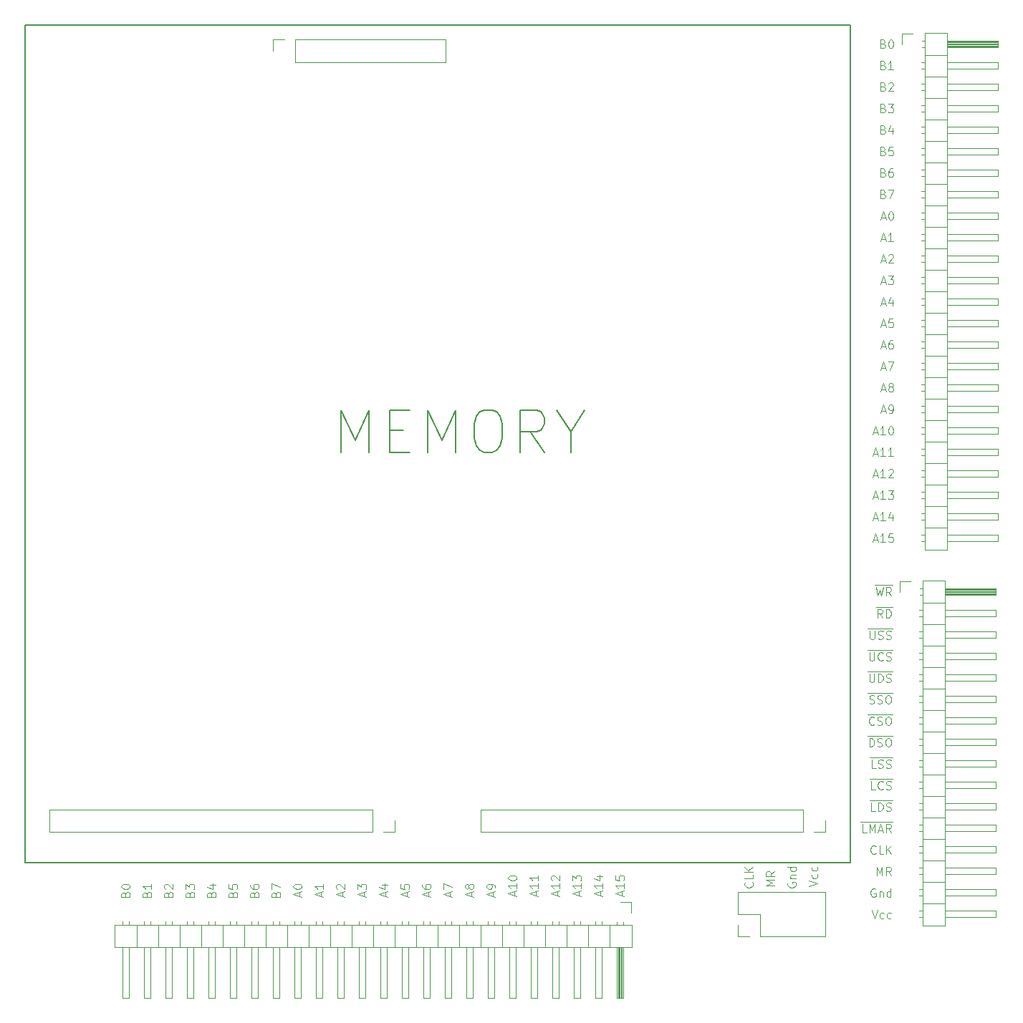
<source format=gbr>
%TF.GenerationSoftware,KiCad,Pcbnew,(6.0.0-0)*%
%TF.CreationDate,2022-02-02T01:00:53-05:00*%
%TF.ProjectId,Memory-Backplane,4d656d6f-7279-42d4-9261-636b706c616e,rev?*%
%TF.SameCoordinates,Original*%
%TF.FileFunction,Legend,Top*%
%TF.FilePolarity,Positive*%
%FSLAX46Y46*%
G04 Gerber Fmt 4.6, Leading zero omitted, Abs format (unit mm)*
G04 Created by KiCad (PCBNEW (6.0.0-0)) date 2022-02-02 01:00:53*
%MOMM*%
%LPD*%
G01*
G04 APERTURE LIST*
%ADD10C,0.100000*%
%ADD11C,0.150000*%
%ADD12C,0.120000*%
G04 APERTURE END LIST*
D10*
X168747142Y-142375000D02*
X168794761Y-142422619D01*
X168842380Y-142565476D01*
X168842380Y-142660714D01*
X168794761Y-142803571D01*
X168699523Y-142898809D01*
X168604285Y-142946428D01*
X168413809Y-142994047D01*
X168270952Y-142994047D01*
X168080476Y-142946428D01*
X167985238Y-142898809D01*
X167890000Y-142803571D01*
X167842380Y-142660714D01*
X167842380Y-142565476D01*
X167890000Y-142422619D01*
X167937619Y-142375000D01*
X168842380Y-141470238D02*
X168842380Y-141946428D01*
X167842380Y-141946428D01*
X168842380Y-141136904D02*
X167842380Y-141136904D01*
X168842380Y-140565476D02*
X168270952Y-140994047D01*
X167842380Y-140565476D02*
X168413809Y-141136904D01*
X172970000Y-142422619D02*
X172922380Y-142517857D01*
X172922380Y-142660714D01*
X172970000Y-142803571D01*
X173065238Y-142898809D01*
X173160476Y-142946428D01*
X173350952Y-142994047D01*
X173493809Y-142994047D01*
X173684285Y-142946428D01*
X173779523Y-142898809D01*
X173874761Y-142803571D01*
X173922380Y-142660714D01*
X173922380Y-142565476D01*
X173874761Y-142422619D01*
X173827142Y-142375000D01*
X173493809Y-142375000D01*
X173493809Y-142565476D01*
X173255714Y-141946428D02*
X173922380Y-141946428D01*
X173350952Y-141946428D02*
X173303333Y-141898809D01*
X173255714Y-141803571D01*
X173255714Y-141660714D01*
X173303333Y-141565476D01*
X173398571Y-141517857D01*
X173922380Y-141517857D01*
X173922380Y-140613095D02*
X172922380Y-140613095D01*
X173874761Y-140613095D02*
X173922380Y-140708333D01*
X173922380Y-140898809D01*
X173874761Y-140994047D01*
X173827142Y-141041666D01*
X173731904Y-141089285D01*
X173446190Y-141089285D01*
X173350952Y-141041666D01*
X173303333Y-140994047D01*
X173255714Y-140898809D01*
X173255714Y-140708333D01*
X173303333Y-140613095D01*
X171382380Y-142787761D02*
X170382380Y-142787761D01*
X171096666Y-142454428D01*
X170382380Y-142121095D01*
X171382380Y-142121095D01*
X171382380Y-141073476D02*
X170906190Y-141406809D01*
X171382380Y-141644904D02*
X170382380Y-141644904D01*
X170382380Y-141263952D01*
X170430000Y-141168714D01*
X170477619Y-141121095D01*
X170572857Y-141073476D01*
X170715714Y-141073476D01*
X170810952Y-141121095D01*
X170858571Y-141168714D01*
X170906190Y-141263952D01*
X170906190Y-141644904D01*
X175462380Y-142851190D02*
X176462380Y-142517857D01*
X175462380Y-142184523D01*
X176414761Y-141422619D02*
X176462380Y-141517857D01*
X176462380Y-141708333D01*
X176414761Y-141803571D01*
X176367142Y-141851190D01*
X176271904Y-141898809D01*
X175986190Y-141898809D01*
X175890952Y-141851190D01*
X175843333Y-141803571D01*
X175795714Y-141708333D01*
X175795714Y-141517857D01*
X175843333Y-141422619D01*
X176414761Y-140565476D02*
X176462380Y-140660714D01*
X176462380Y-140851190D01*
X176414761Y-140946428D01*
X176367142Y-140994047D01*
X176271904Y-141041666D01*
X175986190Y-141041666D01*
X175890952Y-140994047D01*
X175843333Y-140946428D01*
X175795714Y-140851190D01*
X175795714Y-140660714D01*
X175843333Y-140565476D01*
X183025571Y-96788666D02*
X183501761Y-96788666D01*
X182930333Y-97074380D02*
X183263666Y-96074380D01*
X183597000Y-97074380D01*
X184454142Y-97074380D02*
X183882714Y-97074380D01*
X184168428Y-97074380D02*
X184168428Y-96074380D01*
X184073190Y-96217238D01*
X183977952Y-96312476D01*
X183882714Y-96360095D01*
X184787476Y-96074380D02*
X185406523Y-96074380D01*
X185073190Y-96455333D01*
X185216047Y-96455333D01*
X185311285Y-96502952D01*
X185358904Y-96550571D01*
X185406523Y-96645809D01*
X185406523Y-96883904D01*
X185358904Y-96979142D01*
X185311285Y-97026761D01*
X185216047Y-97074380D01*
X184930333Y-97074380D01*
X184835095Y-97026761D01*
X184787476Y-96979142D01*
X184216047Y-48290571D02*
X184358904Y-48338190D01*
X184406523Y-48385809D01*
X184454142Y-48481047D01*
X184454142Y-48623904D01*
X184406523Y-48719142D01*
X184358904Y-48766761D01*
X184263666Y-48814380D01*
X183882714Y-48814380D01*
X183882714Y-47814380D01*
X184216047Y-47814380D01*
X184311285Y-47862000D01*
X184358904Y-47909619D01*
X184406523Y-48004857D01*
X184406523Y-48100095D01*
X184358904Y-48195333D01*
X184311285Y-48242952D01*
X184216047Y-48290571D01*
X183882714Y-48290571D01*
X184835095Y-47909619D02*
X184882714Y-47862000D01*
X184977952Y-47814380D01*
X185216047Y-47814380D01*
X185311285Y-47862000D01*
X185358904Y-47909619D01*
X185406523Y-48004857D01*
X185406523Y-48100095D01*
X185358904Y-48242952D01*
X184787476Y-48814380D01*
X185406523Y-48814380D01*
X183977952Y-76468666D02*
X184454142Y-76468666D01*
X183882714Y-76754380D02*
X184216047Y-75754380D01*
X184549380Y-76754380D01*
X185358904Y-75754380D02*
X184882714Y-75754380D01*
X184835095Y-76230571D01*
X184882714Y-76182952D01*
X184977952Y-76135333D01*
X185216047Y-76135333D01*
X185311285Y-76182952D01*
X185358904Y-76230571D01*
X185406523Y-76325809D01*
X185406523Y-76563904D01*
X185358904Y-76659142D01*
X185311285Y-76706761D01*
X185216047Y-76754380D01*
X184977952Y-76754380D01*
X184882714Y-76706761D01*
X184835095Y-76659142D01*
X184216047Y-55910571D02*
X184358904Y-55958190D01*
X184406523Y-56005809D01*
X184454142Y-56101047D01*
X184454142Y-56243904D01*
X184406523Y-56339142D01*
X184358904Y-56386761D01*
X184263666Y-56434380D01*
X183882714Y-56434380D01*
X183882714Y-55434380D01*
X184216047Y-55434380D01*
X184311285Y-55482000D01*
X184358904Y-55529619D01*
X184406523Y-55624857D01*
X184406523Y-55720095D01*
X184358904Y-55815333D01*
X184311285Y-55862952D01*
X184216047Y-55910571D01*
X183882714Y-55910571D01*
X185358904Y-55434380D02*
X184882714Y-55434380D01*
X184835095Y-55910571D01*
X184882714Y-55862952D01*
X184977952Y-55815333D01*
X185216047Y-55815333D01*
X185311285Y-55862952D01*
X185358904Y-55910571D01*
X185406523Y-56005809D01*
X185406523Y-56243904D01*
X185358904Y-56339142D01*
X185311285Y-56386761D01*
X185216047Y-56434380D01*
X184977952Y-56434380D01*
X184882714Y-56386761D01*
X184835095Y-56339142D01*
X183025571Y-101868666D02*
X183501761Y-101868666D01*
X182930333Y-102154380D02*
X183263666Y-101154380D01*
X183597000Y-102154380D01*
X184454142Y-102154380D02*
X183882714Y-102154380D01*
X184168428Y-102154380D02*
X184168428Y-101154380D01*
X184073190Y-101297238D01*
X183977952Y-101392476D01*
X183882714Y-101440095D01*
X185358904Y-101154380D02*
X184882714Y-101154380D01*
X184835095Y-101630571D01*
X184882714Y-101582952D01*
X184977952Y-101535333D01*
X185216047Y-101535333D01*
X185311285Y-101582952D01*
X185358904Y-101630571D01*
X185406523Y-101725809D01*
X185406523Y-101963904D01*
X185358904Y-102059142D01*
X185311285Y-102106761D01*
X185216047Y-102154380D01*
X184977952Y-102154380D01*
X184882714Y-102106761D01*
X184835095Y-102059142D01*
X183977952Y-71388666D02*
X184454142Y-71388666D01*
X183882714Y-71674380D02*
X184216047Y-70674380D01*
X184549380Y-71674380D01*
X184787476Y-70674380D02*
X185406523Y-70674380D01*
X185073190Y-71055333D01*
X185216047Y-71055333D01*
X185311285Y-71102952D01*
X185358904Y-71150571D01*
X185406523Y-71245809D01*
X185406523Y-71483904D01*
X185358904Y-71579142D01*
X185311285Y-71626761D01*
X185216047Y-71674380D01*
X184930333Y-71674380D01*
X184835095Y-71626761D01*
X184787476Y-71579142D01*
X184216047Y-43210571D02*
X184358904Y-43258190D01*
X184406523Y-43305809D01*
X184454142Y-43401047D01*
X184454142Y-43543904D01*
X184406523Y-43639142D01*
X184358904Y-43686761D01*
X184263666Y-43734380D01*
X183882714Y-43734380D01*
X183882714Y-42734380D01*
X184216047Y-42734380D01*
X184311285Y-42782000D01*
X184358904Y-42829619D01*
X184406523Y-42924857D01*
X184406523Y-43020095D01*
X184358904Y-43115333D01*
X184311285Y-43162952D01*
X184216047Y-43210571D01*
X183882714Y-43210571D01*
X185073190Y-42734380D02*
X185168428Y-42734380D01*
X185263666Y-42782000D01*
X185311285Y-42829619D01*
X185358904Y-42924857D01*
X185406523Y-43115333D01*
X185406523Y-43353428D01*
X185358904Y-43543904D01*
X185311285Y-43639142D01*
X185263666Y-43686761D01*
X185168428Y-43734380D01*
X185073190Y-43734380D01*
X184977952Y-43686761D01*
X184930333Y-43639142D01*
X184882714Y-43543904D01*
X184835095Y-43353428D01*
X184835095Y-43115333D01*
X184882714Y-42924857D01*
X184930333Y-42829619D01*
X184977952Y-42782000D01*
X185073190Y-42734380D01*
X184216047Y-53370571D02*
X184358904Y-53418190D01*
X184406523Y-53465809D01*
X184454142Y-53561047D01*
X184454142Y-53703904D01*
X184406523Y-53799142D01*
X184358904Y-53846761D01*
X184263666Y-53894380D01*
X183882714Y-53894380D01*
X183882714Y-52894380D01*
X184216047Y-52894380D01*
X184311285Y-52942000D01*
X184358904Y-52989619D01*
X184406523Y-53084857D01*
X184406523Y-53180095D01*
X184358904Y-53275333D01*
X184311285Y-53322952D01*
X184216047Y-53370571D01*
X183882714Y-53370571D01*
X185311285Y-53227714D02*
X185311285Y-53894380D01*
X185073190Y-52846761D02*
X184835095Y-53561047D01*
X185454142Y-53561047D01*
X183977952Y-81548666D02*
X184454142Y-81548666D01*
X183882714Y-81834380D02*
X184216047Y-80834380D01*
X184549380Y-81834380D01*
X184787476Y-80834380D02*
X185454142Y-80834380D01*
X185025571Y-81834380D01*
X183977952Y-84088666D02*
X184454142Y-84088666D01*
X183882714Y-84374380D02*
X184216047Y-83374380D01*
X184549380Y-84374380D01*
X185025571Y-83802952D02*
X184930333Y-83755333D01*
X184882714Y-83707714D01*
X184835095Y-83612476D01*
X184835095Y-83564857D01*
X184882714Y-83469619D01*
X184930333Y-83422000D01*
X185025571Y-83374380D01*
X185216047Y-83374380D01*
X185311285Y-83422000D01*
X185358904Y-83469619D01*
X185406523Y-83564857D01*
X185406523Y-83612476D01*
X185358904Y-83707714D01*
X185311285Y-83755333D01*
X185216047Y-83802952D01*
X185025571Y-83802952D01*
X184930333Y-83850571D01*
X184882714Y-83898190D01*
X184835095Y-83993428D01*
X184835095Y-84183904D01*
X184882714Y-84279142D01*
X184930333Y-84326761D01*
X185025571Y-84374380D01*
X185216047Y-84374380D01*
X185311285Y-84326761D01*
X185358904Y-84279142D01*
X185406523Y-84183904D01*
X185406523Y-83993428D01*
X185358904Y-83898190D01*
X185311285Y-83850571D01*
X185216047Y-83802952D01*
X183025571Y-94248666D02*
X183501761Y-94248666D01*
X182930333Y-94534380D02*
X183263666Y-93534380D01*
X183597000Y-94534380D01*
X184454142Y-94534380D02*
X183882714Y-94534380D01*
X184168428Y-94534380D02*
X184168428Y-93534380D01*
X184073190Y-93677238D01*
X183977952Y-93772476D01*
X183882714Y-93820095D01*
X184835095Y-93629619D02*
X184882714Y-93582000D01*
X184977952Y-93534380D01*
X185216047Y-93534380D01*
X185311285Y-93582000D01*
X185358904Y-93629619D01*
X185406523Y-93724857D01*
X185406523Y-93820095D01*
X185358904Y-93962952D01*
X184787476Y-94534380D01*
X185406523Y-94534380D01*
X183977952Y-68848666D02*
X184454142Y-68848666D01*
X183882714Y-69134380D02*
X184216047Y-68134380D01*
X184549380Y-69134380D01*
X184835095Y-68229619D02*
X184882714Y-68182000D01*
X184977952Y-68134380D01*
X185216047Y-68134380D01*
X185311285Y-68182000D01*
X185358904Y-68229619D01*
X185406523Y-68324857D01*
X185406523Y-68420095D01*
X185358904Y-68562952D01*
X184787476Y-69134380D01*
X185406523Y-69134380D01*
X184216047Y-60990571D02*
X184358904Y-61038190D01*
X184406523Y-61085809D01*
X184454142Y-61181047D01*
X184454142Y-61323904D01*
X184406523Y-61419142D01*
X184358904Y-61466761D01*
X184263666Y-61514380D01*
X183882714Y-61514380D01*
X183882714Y-60514380D01*
X184216047Y-60514380D01*
X184311285Y-60562000D01*
X184358904Y-60609619D01*
X184406523Y-60704857D01*
X184406523Y-60800095D01*
X184358904Y-60895333D01*
X184311285Y-60942952D01*
X184216047Y-60990571D01*
X183882714Y-60990571D01*
X184787476Y-60514380D02*
X185454142Y-60514380D01*
X185025571Y-61514380D01*
X183977952Y-79008666D02*
X184454142Y-79008666D01*
X183882714Y-79294380D02*
X184216047Y-78294380D01*
X184549380Y-79294380D01*
X185311285Y-78294380D02*
X185120809Y-78294380D01*
X185025571Y-78342000D01*
X184977952Y-78389619D01*
X184882714Y-78532476D01*
X184835095Y-78722952D01*
X184835095Y-79103904D01*
X184882714Y-79199142D01*
X184930333Y-79246761D01*
X185025571Y-79294380D01*
X185216047Y-79294380D01*
X185311285Y-79246761D01*
X185358904Y-79199142D01*
X185406523Y-79103904D01*
X185406523Y-78865809D01*
X185358904Y-78770571D01*
X185311285Y-78722952D01*
X185216047Y-78675333D01*
X185025571Y-78675333D01*
X184930333Y-78722952D01*
X184882714Y-78770571D01*
X184835095Y-78865809D01*
X183025571Y-91708666D02*
X183501761Y-91708666D01*
X182930333Y-91994380D02*
X183263666Y-90994380D01*
X183597000Y-91994380D01*
X184454142Y-91994380D02*
X183882714Y-91994380D01*
X184168428Y-91994380D02*
X184168428Y-90994380D01*
X184073190Y-91137238D01*
X183977952Y-91232476D01*
X183882714Y-91280095D01*
X185406523Y-91994380D02*
X184835095Y-91994380D01*
X185120809Y-91994380D02*
X185120809Y-90994380D01*
X185025571Y-91137238D01*
X184930333Y-91232476D01*
X184835095Y-91280095D01*
X183025571Y-89168666D02*
X183501761Y-89168666D01*
X182930333Y-89454380D02*
X183263666Y-88454380D01*
X183597000Y-89454380D01*
X184454142Y-89454380D02*
X183882714Y-89454380D01*
X184168428Y-89454380D02*
X184168428Y-88454380D01*
X184073190Y-88597238D01*
X183977952Y-88692476D01*
X183882714Y-88740095D01*
X185073190Y-88454380D02*
X185168428Y-88454380D01*
X185263666Y-88502000D01*
X185311285Y-88549619D01*
X185358904Y-88644857D01*
X185406523Y-88835333D01*
X185406523Y-89073428D01*
X185358904Y-89263904D01*
X185311285Y-89359142D01*
X185263666Y-89406761D01*
X185168428Y-89454380D01*
X185073190Y-89454380D01*
X184977952Y-89406761D01*
X184930333Y-89359142D01*
X184882714Y-89263904D01*
X184835095Y-89073428D01*
X184835095Y-88835333D01*
X184882714Y-88644857D01*
X184930333Y-88549619D01*
X184977952Y-88502000D01*
X185073190Y-88454380D01*
X183977952Y-73928666D02*
X184454142Y-73928666D01*
X183882714Y-74214380D02*
X184216047Y-73214380D01*
X184549380Y-74214380D01*
X185311285Y-73547714D02*
X185311285Y-74214380D01*
X185073190Y-73166761D02*
X184835095Y-73881047D01*
X185454142Y-73881047D01*
X183977952Y-66308666D02*
X184454142Y-66308666D01*
X183882714Y-66594380D02*
X184216047Y-65594380D01*
X184549380Y-66594380D01*
X185406523Y-66594380D02*
X184835095Y-66594380D01*
X185120809Y-66594380D02*
X185120809Y-65594380D01*
X185025571Y-65737238D01*
X184930333Y-65832476D01*
X184835095Y-65880095D01*
X183977952Y-63768666D02*
X184454142Y-63768666D01*
X183882714Y-64054380D02*
X184216047Y-63054380D01*
X184549380Y-64054380D01*
X185073190Y-63054380D02*
X185168428Y-63054380D01*
X185263666Y-63102000D01*
X185311285Y-63149619D01*
X185358904Y-63244857D01*
X185406523Y-63435333D01*
X185406523Y-63673428D01*
X185358904Y-63863904D01*
X185311285Y-63959142D01*
X185263666Y-64006761D01*
X185168428Y-64054380D01*
X185073190Y-64054380D01*
X184977952Y-64006761D01*
X184930333Y-63959142D01*
X184882714Y-63863904D01*
X184835095Y-63673428D01*
X184835095Y-63435333D01*
X184882714Y-63244857D01*
X184930333Y-63149619D01*
X184977952Y-63102000D01*
X185073190Y-63054380D01*
X184216047Y-58450571D02*
X184358904Y-58498190D01*
X184406523Y-58545809D01*
X184454142Y-58641047D01*
X184454142Y-58783904D01*
X184406523Y-58879142D01*
X184358904Y-58926761D01*
X184263666Y-58974380D01*
X183882714Y-58974380D01*
X183882714Y-57974380D01*
X184216047Y-57974380D01*
X184311285Y-58022000D01*
X184358904Y-58069619D01*
X184406523Y-58164857D01*
X184406523Y-58260095D01*
X184358904Y-58355333D01*
X184311285Y-58402952D01*
X184216047Y-58450571D01*
X183882714Y-58450571D01*
X185311285Y-57974380D02*
X185120809Y-57974380D01*
X185025571Y-58022000D01*
X184977952Y-58069619D01*
X184882714Y-58212476D01*
X184835095Y-58402952D01*
X184835095Y-58783904D01*
X184882714Y-58879142D01*
X184930333Y-58926761D01*
X185025571Y-58974380D01*
X185216047Y-58974380D01*
X185311285Y-58926761D01*
X185358904Y-58879142D01*
X185406523Y-58783904D01*
X185406523Y-58545809D01*
X185358904Y-58450571D01*
X185311285Y-58402952D01*
X185216047Y-58355333D01*
X185025571Y-58355333D01*
X184930333Y-58402952D01*
X184882714Y-58450571D01*
X184835095Y-58545809D01*
X184216047Y-50830571D02*
X184358904Y-50878190D01*
X184406523Y-50925809D01*
X184454142Y-51021047D01*
X184454142Y-51163904D01*
X184406523Y-51259142D01*
X184358904Y-51306761D01*
X184263666Y-51354380D01*
X183882714Y-51354380D01*
X183882714Y-50354380D01*
X184216047Y-50354380D01*
X184311285Y-50402000D01*
X184358904Y-50449619D01*
X184406523Y-50544857D01*
X184406523Y-50640095D01*
X184358904Y-50735333D01*
X184311285Y-50782952D01*
X184216047Y-50830571D01*
X183882714Y-50830571D01*
X184787476Y-50354380D02*
X185406523Y-50354380D01*
X185073190Y-50735333D01*
X185216047Y-50735333D01*
X185311285Y-50782952D01*
X185358904Y-50830571D01*
X185406523Y-50925809D01*
X185406523Y-51163904D01*
X185358904Y-51259142D01*
X185311285Y-51306761D01*
X185216047Y-51354380D01*
X184930333Y-51354380D01*
X184835095Y-51306761D01*
X184787476Y-51259142D01*
X183977952Y-86628666D02*
X184454142Y-86628666D01*
X183882714Y-86914380D02*
X184216047Y-85914380D01*
X184549380Y-86914380D01*
X184930333Y-86914380D02*
X185120809Y-86914380D01*
X185216047Y-86866761D01*
X185263666Y-86819142D01*
X185358904Y-86676285D01*
X185406523Y-86485809D01*
X185406523Y-86104857D01*
X185358904Y-86009619D01*
X185311285Y-85962000D01*
X185216047Y-85914380D01*
X185025571Y-85914380D01*
X184930333Y-85962000D01*
X184882714Y-86009619D01*
X184835095Y-86104857D01*
X184835095Y-86342952D01*
X184882714Y-86438190D01*
X184930333Y-86485809D01*
X185025571Y-86533428D01*
X185216047Y-86533428D01*
X185311285Y-86485809D01*
X185358904Y-86438190D01*
X185406523Y-86342952D01*
X184216047Y-45750571D02*
X184358904Y-45798190D01*
X184406523Y-45845809D01*
X184454142Y-45941047D01*
X184454142Y-46083904D01*
X184406523Y-46179142D01*
X184358904Y-46226761D01*
X184263666Y-46274380D01*
X183882714Y-46274380D01*
X183882714Y-45274380D01*
X184216047Y-45274380D01*
X184311285Y-45322000D01*
X184358904Y-45369619D01*
X184406523Y-45464857D01*
X184406523Y-45560095D01*
X184358904Y-45655333D01*
X184311285Y-45702952D01*
X184216047Y-45750571D01*
X183882714Y-45750571D01*
X185406523Y-46274380D02*
X184835095Y-46274380D01*
X185120809Y-46274380D02*
X185120809Y-45274380D01*
X185025571Y-45417238D01*
X184930333Y-45512476D01*
X184835095Y-45560095D01*
X183025571Y-99328666D02*
X183501761Y-99328666D01*
X182930333Y-99614380D02*
X183263666Y-98614380D01*
X183597000Y-99614380D01*
X184454142Y-99614380D02*
X183882714Y-99614380D01*
X184168428Y-99614380D02*
X184168428Y-98614380D01*
X184073190Y-98757238D01*
X183977952Y-98852476D01*
X183882714Y-98900095D01*
X185311285Y-98947714D02*
X185311285Y-99614380D01*
X185073190Y-98566761D02*
X184835095Y-99281047D01*
X185454142Y-99281047D01*
D11*
X82792000Y-40996000D02*
X180328000Y-40996000D01*
X180328000Y-40996000D02*
X180328000Y-140056000D01*
X180328000Y-140056000D02*
X82792000Y-140056000D01*
X82792000Y-140056000D02*
X82792000Y-40996000D01*
D10*
X150776666Y-143962428D02*
X150776666Y-143486238D01*
X151062380Y-144057666D02*
X150062380Y-143724333D01*
X151062380Y-143391000D01*
X151062380Y-142533857D02*
X151062380Y-143105285D01*
X151062380Y-142819571D02*
X150062380Y-142819571D01*
X150205238Y-142914809D01*
X150300476Y-143010047D01*
X150348095Y-143105285D01*
X150395714Y-141676714D02*
X151062380Y-141676714D01*
X150014761Y-141914809D02*
X150729047Y-142152904D01*
X150729047Y-141533857D01*
X97198571Y-143787952D02*
X97246190Y-143645095D01*
X97293809Y-143597476D01*
X97389047Y-143549857D01*
X97531904Y-143549857D01*
X97627142Y-143597476D01*
X97674761Y-143645095D01*
X97722380Y-143740333D01*
X97722380Y-144121285D01*
X96722380Y-144121285D01*
X96722380Y-143787952D01*
X96770000Y-143692714D01*
X96817619Y-143645095D01*
X96912857Y-143597476D01*
X97008095Y-143597476D01*
X97103333Y-143645095D01*
X97150952Y-143692714D01*
X97198571Y-143787952D01*
X97198571Y-144121285D01*
X97722380Y-142597476D02*
X97722380Y-143168904D01*
X97722380Y-142883190D02*
X96722380Y-142883190D01*
X96865238Y-142978428D01*
X96960476Y-143073666D01*
X97008095Y-143168904D01*
X138076666Y-144026047D02*
X138076666Y-143549857D01*
X138362380Y-144121285D02*
X137362380Y-143787952D01*
X138362380Y-143454619D01*
X138362380Y-143073666D02*
X138362380Y-142883190D01*
X138314761Y-142787952D01*
X138267142Y-142740333D01*
X138124285Y-142645095D01*
X137933809Y-142597476D01*
X137552857Y-142597476D01*
X137457619Y-142645095D01*
X137410000Y-142692714D01*
X137362380Y-142787952D01*
X137362380Y-142978428D01*
X137410000Y-143073666D01*
X137457619Y-143121285D01*
X137552857Y-143168904D01*
X137790952Y-143168904D01*
X137886190Y-143121285D01*
X137933809Y-143073666D01*
X137981428Y-142978428D01*
X137981428Y-142787952D01*
X137933809Y-142692714D01*
X137886190Y-142645095D01*
X137790952Y-142597476D01*
X182343000Y-125072000D02*
X183343000Y-125072000D01*
X182581095Y-126354380D02*
X182581095Y-125354380D01*
X182819190Y-125354380D01*
X182962047Y-125402000D01*
X183057285Y-125497238D01*
X183104904Y-125592476D01*
X183152523Y-125782952D01*
X183152523Y-125925809D01*
X183104904Y-126116285D01*
X183057285Y-126211523D01*
X182962047Y-126306761D01*
X182819190Y-126354380D01*
X182581095Y-126354380D01*
X183343000Y-125072000D02*
X184295380Y-125072000D01*
X183533476Y-126306761D02*
X183676333Y-126354380D01*
X183914428Y-126354380D01*
X184009666Y-126306761D01*
X184057285Y-126259142D01*
X184104904Y-126163904D01*
X184104904Y-126068666D01*
X184057285Y-125973428D01*
X184009666Y-125925809D01*
X183914428Y-125878190D01*
X183723952Y-125830571D01*
X183628714Y-125782952D01*
X183581095Y-125735333D01*
X183533476Y-125640095D01*
X183533476Y-125544857D01*
X183581095Y-125449619D01*
X183628714Y-125402000D01*
X183723952Y-125354380D01*
X183962047Y-125354380D01*
X184104904Y-125402000D01*
X184295380Y-125072000D02*
X185343000Y-125072000D01*
X184723952Y-125354380D02*
X184914428Y-125354380D01*
X185009666Y-125402000D01*
X185104904Y-125497238D01*
X185152523Y-125687714D01*
X185152523Y-126021047D01*
X185104904Y-126211523D01*
X185009666Y-126306761D01*
X184914428Y-126354380D01*
X184723952Y-126354380D01*
X184628714Y-126306761D01*
X184533476Y-126211523D01*
X184485857Y-126021047D01*
X184485857Y-125687714D01*
X184533476Y-125497238D01*
X184628714Y-125402000D01*
X184723952Y-125354380D01*
X102278571Y-143787952D02*
X102326190Y-143645095D01*
X102373809Y-143597476D01*
X102469047Y-143549857D01*
X102611904Y-143549857D01*
X102707142Y-143597476D01*
X102754761Y-143645095D01*
X102802380Y-143740333D01*
X102802380Y-144121285D01*
X101802380Y-144121285D01*
X101802380Y-143787952D01*
X101850000Y-143692714D01*
X101897619Y-143645095D01*
X101992857Y-143597476D01*
X102088095Y-143597476D01*
X102183333Y-143645095D01*
X102230952Y-143692714D01*
X102278571Y-143787952D01*
X102278571Y-144121285D01*
X101802380Y-143216523D02*
X101802380Y-142597476D01*
X102183333Y-142930809D01*
X102183333Y-142787952D01*
X102230952Y-142692714D01*
X102278571Y-142645095D01*
X102373809Y-142597476D01*
X102611904Y-142597476D01*
X102707142Y-142645095D01*
X102754761Y-142692714D01*
X102802380Y-142787952D01*
X102802380Y-143073666D01*
X102754761Y-143168904D01*
X102707142Y-143216523D01*
X182343000Y-117452000D02*
X183390619Y-117452000D01*
X182581095Y-117734380D02*
X182581095Y-118543904D01*
X182628714Y-118639142D01*
X182676333Y-118686761D01*
X182771571Y-118734380D01*
X182962047Y-118734380D01*
X183057285Y-118686761D01*
X183104904Y-118639142D01*
X183152523Y-118543904D01*
X183152523Y-117734380D01*
X183390619Y-117452000D02*
X184390619Y-117452000D01*
X183628714Y-118734380D02*
X183628714Y-117734380D01*
X183866809Y-117734380D01*
X184009666Y-117782000D01*
X184104904Y-117877238D01*
X184152523Y-117972476D01*
X184200142Y-118162952D01*
X184200142Y-118305809D01*
X184152523Y-118496285D01*
X184104904Y-118591523D01*
X184009666Y-118686761D01*
X183866809Y-118734380D01*
X183628714Y-118734380D01*
X184390619Y-117452000D02*
X185343000Y-117452000D01*
X184581095Y-118686761D02*
X184723952Y-118734380D01*
X184962047Y-118734380D01*
X185057285Y-118686761D01*
X185104904Y-118639142D01*
X185152523Y-118543904D01*
X185152523Y-118448666D01*
X185104904Y-118353428D01*
X185057285Y-118305809D01*
X184962047Y-118258190D01*
X184771571Y-118210571D01*
X184676333Y-118162952D01*
X184628714Y-118115333D01*
X184581095Y-118020095D01*
X184581095Y-117924857D01*
X184628714Y-117829619D01*
X184676333Y-117782000D01*
X184771571Y-117734380D01*
X185009666Y-117734380D01*
X185152523Y-117782000D01*
X109898571Y-143787952D02*
X109946190Y-143645095D01*
X109993809Y-143597476D01*
X110089047Y-143549857D01*
X110231904Y-143549857D01*
X110327142Y-143597476D01*
X110374761Y-143645095D01*
X110422380Y-143740333D01*
X110422380Y-144121285D01*
X109422380Y-144121285D01*
X109422380Y-143787952D01*
X109470000Y-143692714D01*
X109517619Y-143645095D01*
X109612857Y-143597476D01*
X109708095Y-143597476D01*
X109803333Y-143645095D01*
X109850952Y-143692714D01*
X109898571Y-143787952D01*
X109898571Y-144121285D01*
X109422380Y-142692714D02*
X109422380Y-142883190D01*
X109470000Y-142978428D01*
X109517619Y-143026047D01*
X109660476Y-143121285D01*
X109850952Y-143168904D01*
X110231904Y-143168904D01*
X110327142Y-143121285D01*
X110374761Y-143073666D01*
X110422380Y-142978428D01*
X110422380Y-142787952D01*
X110374761Y-142692714D01*
X110327142Y-142645095D01*
X110231904Y-142597476D01*
X109993809Y-142597476D01*
X109898571Y-142645095D01*
X109850952Y-142692714D01*
X109803333Y-142787952D01*
X109803333Y-142978428D01*
X109850952Y-143073666D01*
X109898571Y-143121285D01*
X109993809Y-143168904D01*
X115216666Y-144026047D02*
X115216666Y-143549857D01*
X115502380Y-144121285D02*
X114502380Y-143787952D01*
X115502380Y-143454619D01*
X114502380Y-142930809D02*
X114502380Y-142835571D01*
X114550000Y-142740333D01*
X114597619Y-142692714D01*
X114692857Y-142645095D01*
X114883333Y-142597476D01*
X115121428Y-142597476D01*
X115311904Y-142645095D01*
X115407142Y-142692714D01*
X115454761Y-142740333D01*
X115502380Y-142835571D01*
X115502380Y-142930809D01*
X115454761Y-143026047D01*
X115407142Y-143073666D01*
X115311904Y-143121285D01*
X115121428Y-143168904D01*
X114883333Y-143168904D01*
X114692857Y-143121285D01*
X114597619Y-143073666D01*
X114550000Y-143026047D01*
X114502380Y-142930809D01*
X117756666Y-144026047D02*
X117756666Y-143549857D01*
X118042380Y-144121285D02*
X117042380Y-143787952D01*
X118042380Y-143454619D01*
X118042380Y-142597476D02*
X118042380Y-143168904D01*
X118042380Y-142883190D02*
X117042380Y-142883190D01*
X117185238Y-142978428D01*
X117280476Y-143073666D01*
X117328095Y-143168904D01*
X182866809Y-145674380D02*
X183200142Y-146674380D01*
X183533476Y-145674380D01*
X184295380Y-146626761D02*
X184200142Y-146674380D01*
X184009666Y-146674380D01*
X183914428Y-146626761D01*
X183866809Y-146579142D01*
X183819190Y-146483904D01*
X183819190Y-146198190D01*
X183866809Y-146102952D01*
X183914428Y-146055333D01*
X184009666Y-146007714D01*
X184200142Y-146007714D01*
X184295380Y-146055333D01*
X185152523Y-146626761D02*
X185057285Y-146674380D01*
X184866809Y-146674380D01*
X184771571Y-146626761D01*
X184723952Y-146579142D01*
X184676333Y-146483904D01*
X184676333Y-146198190D01*
X184723952Y-146102952D01*
X184771571Y-146055333D01*
X184866809Y-146007714D01*
X185057285Y-146007714D01*
X185152523Y-146055333D01*
X183438238Y-141594380D02*
X183438238Y-140594380D01*
X183771571Y-141308666D01*
X184104904Y-140594380D01*
X184104904Y-141594380D01*
X185152523Y-141594380D02*
X184819190Y-141118190D01*
X184581095Y-141594380D02*
X184581095Y-140594380D01*
X184962047Y-140594380D01*
X185057285Y-140642000D01*
X185104904Y-140689619D01*
X185152523Y-140784857D01*
X185152523Y-140927714D01*
X185104904Y-141022952D01*
X185057285Y-141070571D01*
X184962047Y-141118190D01*
X184581095Y-141118190D01*
X125376666Y-144026047D02*
X125376666Y-143549857D01*
X125662380Y-144121285D02*
X124662380Y-143787952D01*
X125662380Y-143454619D01*
X124995714Y-142692714D02*
X125662380Y-142692714D01*
X124614761Y-142930809D02*
X125329047Y-143168904D01*
X125329047Y-142549857D01*
X140616666Y-143962428D02*
X140616666Y-143486238D01*
X140902380Y-144057666D02*
X139902380Y-143724333D01*
X140902380Y-143391000D01*
X140902380Y-142533857D02*
X140902380Y-143105285D01*
X140902380Y-142819571D02*
X139902380Y-142819571D01*
X140045238Y-142914809D01*
X140140476Y-143010047D01*
X140188095Y-143105285D01*
X139902380Y-141914809D02*
X139902380Y-141819571D01*
X139950000Y-141724333D01*
X139997619Y-141676714D01*
X140092857Y-141629095D01*
X140283333Y-141581476D01*
X140521428Y-141581476D01*
X140711904Y-141629095D01*
X140807142Y-141676714D01*
X140854761Y-141724333D01*
X140902380Y-141819571D01*
X140902380Y-141914809D01*
X140854761Y-142010047D01*
X140807142Y-142057666D01*
X140711904Y-142105285D01*
X140521428Y-142152904D01*
X140283333Y-142152904D01*
X140092857Y-142105285D01*
X139997619Y-142057666D01*
X139950000Y-142010047D01*
X139902380Y-141914809D01*
X183343000Y-109822000D02*
X184343000Y-109822000D01*
X184152523Y-111104380D02*
X183819190Y-110628190D01*
X183581095Y-111104380D02*
X183581095Y-110104380D01*
X183962047Y-110104380D01*
X184057285Y-110152000D01*
X184104904Y-110199619D01*
X184152523Y-110294857D01*
X184152523Y-110437714D01*
X184104904Y-110532952D01*
X184057285Y-110580571D01*
X183962047Y-110628190D01*
X183581095Y-110628190D01*
X184343000Y-109822000D02*
X185343000Y-109822000D01*
X184581095Y-111104380D02*
X184581095Y-110104380D01*
X184819190Y-110104380D01*
X184962047Y-110152000D01*
X185057285Y-110247238D01*
X185104904Y-110342476D01*
X185152523Y-110532952D01*
X185152523Y-110675809D01*
X185104904Y-110866285D01*
X185057285Y-110961523D01*
X184962047Y-111056761D01*
X184819190Y-111104380D01*
X184581095Y-111104380D01*
X182343000Y-114912000D02*
X183390619Y-114912000D01*
X182581095Y-115194380D02*
X182581095Y-116003904D01*
X182628714Y-116099142D01*
X182676333Y-116146761D01*
X182771571Y-116194380D01*
X182962047Y-116194380D01*
X183057285Y-116146761D01*
X183104904Y-116099142D01*
X183152523Y-116003904D01*
X183152523Y-115194380D01*
X183390619Y-114912000D02*
X184390619Y-114912000D01*
X184200142Y-116099142D02*
X184152523Y-116146761D01*
X184009666Y-116194380D01*
X183914428Y-116194380D01*
X183771571Y-116146761D01*
X183676333Y-116051523D01*
X183628714Y-115956285D01*
X183581095Y-115765809D01*
X183581095Y-115622952D01*
X183628714Y-115432476D01*
X183676333Y-115337238D01*
X183771571Y-115242000D01*
X183914428Y-115194380D01*
X184009666Y-115194380D01*
X184152523Y-115242000D01*
X184200142Y-115289619D01*
X184390619Y-114912000D02*
X185343000Y-114912000D01*
X184581095Y-116146761D02*
X184723952Y-116194380D01*
X184962047Y-116194380D01*
X185057285Y-116146761D01*
X185104904Y-116099142D01*
X185152523Y-116003904D01*
X185152523Y-115908666D01*
X185104904Y-115813428D01*
X185057285Y-115765809D01*
X184962047Y-115718190D01*
X184771571Y-115670571D01*
X184676333Y-115622952D01*
X184628714Y-115575333D01*
X184581095Y-115480095D01*
X184581095Y-115384857D01*
X184628714Y-115289619D01*
X184676333Y-115242000D01*
X184771571Y-115194380D01*
X185009666Y-115194380D01*
X185152523Y-115242000D01*
X143156666Y-143962428D02*
X143156666Y-143486238D01*
X143442380Y-144057666D02*
X142442380Y-143724333D01*
X143442380Y-143391000D01*
X143442380Y-142533857D02*
X143442380Y-143105285D01*
X143442380Y-142819571D02*
X142442380Y-142819571D01*
X142585238Y-142914809D01*
X142680476Y-143010047D01*
X142728095Y-143105285D01*
X143442380Y-141581476D02*
X143442380Y-142152904D01*
X143442380Y-141867190D02*
X142442380Y-141867190D01*
X142585238Y-141962428D01*
X142680476Y-142057666D01*
X142728095Y-142152904D01*
X183343000Y-138959142D02*
X183295380Y-139006761D01*
X183152523Y-139054380D01*
X183057285Y-139054380D01*
X182914428Y-139006761D01*
X182819190Y-138911523D01*
X182771571Y-138816285D01*
X182723952Y-138625809D01*
X182723952Y-138482952D01*
X182771571Y-138292476D01*
X182819190Y-138197238D01*
X182914428Y-138102000D01*
X183057285Y-138054380D01*
X183152523Y-138054380D01*
X183295380Y-138102000D01*
X183343000Y-138149619D01*
X184247761Y-139054380D02*
X183771571Y-139054380D01*
X183771571Y-138054380D01*
X184581095Y-139054380D02*
X184581095Y-138054380D01*
X185152523Y-139054380D02*
X184723952Y-138482952D01*
X185152523Y-138054380D02*
X184581095Y-138625809D01*
X94658571Y-143787952D02*
X94706190Y-143645095D01*
X94753809Y-143597476D01*
X94849047Y-143549857D01*
X94991904Y-143549857D01*
X95087142Y-143597476D01*
X95134761Y-143645095D01*
X95182380Y-143740333D01*
X95182380Y-144121285D01*
X94182380Y-144121285D01*
X94182380Y-143787952D01*
X94230000Y-143692714D01*
X94277619Y-143645095D01*
X94372857Y-143597476D01*
X94468095Y-143597476D01*
X94563333Y-143645095D01*
X94610952Y-143692714D01*
X94658571Y-143787952D01*
X94658571Y-144121285D01*
X94182380Y-142930809D02*
X94182380Y-142835571D01*
X94230000Y-142740333D01*
X94277619Y-142692714D01*
X94372857Y-142645095D01*
X94563333Y-142597476D01*
X94801428Y-142597476D01*
X94991904Y-142645095D01*
X95087142Y-142692714D01*
X95134761Y-142740333D01*
X95182380Y-142835571D01*
X95182380Y-142930809D01*
X95134761Y-143026047D01*
X95087142Y-143073666D01*
X94991904Y-143121285D01*
X94801428Y-143168904D01*
X94563333Y-143168904D01*
X94372857Y-143121285D01*
X94277619Y-143073666D01*
X94230000Y-143026047D01*
X94182380Y-142930809D01*
X104818571Y-143787952D02*
X104866190Y-143645095D01*
X104913809Y-143597476D01*
X105009047Y-143549857D01*
X105151904Y-143549857D01*
X105247142Y-143597476D01*
X105294761Y-143645095D01*
X105342380Y-143740333D01*
X105342380Y-144121285D01*
X104342380Y-144121285D01*
X104342380Y-143787952D01*
X104390000Y-143692714D01*
X104437619Y-143645095D01*
X104532857Y-143597476D01*
X104628095Y-143597476D01*
X104723333Y-143645095D01*
X104770952Y-143692714D01*
X104818571Y-143787952D01*
X104818571Y-144121285D01*
X104675714Y-142692714D02*
X105342380Y-142692714D01*
X104294761Y-142930809D02*
X105009047Y-143168904D01*
X105009047Y-142549857D01*
X132996666Y-144026047D02*
X132996666Y-143549857D01*
X133282380Y-144121285D02*
X132282380Y-143787952D01*
X133282380Y-143454619D01*
X132282380Y-143216523D02*
X132282380Y-142549857D01*
X133282380Y-142978428D01*
X181533476Y-135232000D02*
X182343000Y-135232000D01*
X182247761Y-136514380D02*
X181771571Y-136514380D01*
X181771571Y-135514380D01*
X182343000Y-135232000D02*
X183485857Y-135232000D01*
X182581095Y-136514380D02*
X182581095Y-135514380D01*
X182914428Y-136228666D01*
X183247761Y-135514380D01*
X183247761Y-136514380D01*
X183485857Y-135232000D02*
X184343000Y-135232000D01*
X183676333Y-136228666D02*
X184152523Y-136228666D01*
X183581095Y-136514380D02*
X183914428Y-135514380D01*
X184247761Y-136514380D01*
X184343000Y-135232000D02*
X185343000Y-135232000D01*
X185152523Y-136514380D02*
X184819190Y-136038190D01*
X184581095Y-136514380D02*
X184581095Y-135514380D01*
X184962047Y-135514380D01*
X185057285Y-135562000D01*
X185104904Y-135609619D01*
X185152523Y-135704857D01*
X185152523Y-135847714D01*
X185104904Y-135942952D01*
X185057285Y-135990571D01*
X184962047Y-136038190D01*
X184581095Y-136038190D01*
X135536666Y-144026047D02*
X135536666Y-143549857D01*
X135822380Y-144121285D02*
X134822380Y-143787952D01*
X135822380Y-143454619D01*
X135250952Y-142978428D02*
X135203333Y-143073666D01*
X135155714Y-143121285D01*
X135060476Y-143168904D01*
X135012857Y-143168904D01*
X134917619Y-143121285D01*
X134870000Y-143073666D01*
X134822380Y-142978428D01*
X134822380Y-142787952D01*
X134870000Y-142692714D01*
X134917619Y-142645095D01*
X135012857Y-142597476D01*
X135060476Y-142597476D01*
X135155714Y-142645095D01*
X135203333Y-142692714D01*
X135250952Y-142787952D01*
X135250952Y-142978428D01*
X135298571Y-143073666D01*
X135346190Y-143121285D01*
X135441428Y-143168904D01*
X135631904Y-143168904D01*
X135727142Y-143121285D01*
X135774761Y-143073666D01*
X135822380Y-142978428D01*
X135822380Y-142787952D01*
X135774761Y-142692714D01*
X135727142Y-142645095D01*
X135631904Y-142597476D01*
X135441428Y-142597476D01*
X135346190Y-142645095D01*
X135298571Y-142692714D01*
X135250952Y-142787952D01*
X145696666Y-143962428D02*
X145696666Y-143486238D01*
X145982380Y-144057666D02*
X144982380Y-143724333D01*
X145982380Y-143391000D01*
X145982380Y-142533857D02*
X145982380Y-143105285D01*
X145982380Y-142819571D02*
X144982380Y-142819571D01*
X145125238Y-142914809D01*
X145220476Y-143010047D01*
X145268095Y-143105285D01*
X145077619Y-142152904D02*
X145030000Y-142105285D01*
X144982380Y-142010047D01*
X144982380Y-141771952D01*
X145030000Y-141676714D01*
X145077619Y-141629095D01*
X145172857Y-141581476D01*
X145268095Y-141581476D01*
X145410952Y-141629095D01*
X145982380Y-142200523D01*
X145982380Y-141581476D01*
X120296666Y-144026047D02*
X120296666Y-143549857D01*
X120582380Y-144121285D02*
X119582380Y-143787952D01*
X120582380Y-143454619D01*
X119677619Y-143168904D02*
X119630000Y-143121285D01*
X119582380Y-143026047D01*
X119582380Y-142787952D01*
X119630000Y-142692714D01*
X119677619Y-142645095D01*
X119772857Y-142597476D01*
X119868095Y-142597476D01*
X120010952Y-142645095D01*
X120582380Y-143216523D01*
X120582380Y-142597476D01*
X112438571Y-143787952D02*
X112486190Y-143645095D01*
X112533809Y-143597476D01*
X112629047Y-143549857D01*
X112771904Y-143549857D01*
X112867142Y-143597476D01*
X112914761Y-143645095D01*
X112962380Y-143740333D01*
X112962380Y-144121285D01*
X111962380Y-144121285D01*
X111962380Y-143787952D01*
X112010000Y-143692714D01*
X112057619Y-143645095D01*
X112152857Y-143597476D01*
X112248095Y-143597476D01*
X112343333Y-143645095D01*
X112390952Y-143692714D01*
X112438571Y-143787952D01*
X112438571Y-144121285D01*
X111962380Y-143216523D02*
X111962380Y-142549857D01*
X112962380Y-142978428D01*
X183295380Y-143182000D02*
X183200142Y-143134380D01*
X183057285Y-143134380D01*
X182914428Y-143182000D01*
X182819190Y-143277238D01*
X182771571Y-143372476D01*
X182723952Y-143562952D01*
X182723952Y-143705809D01*
X182771571Y-143896285D01*
X182819190Y-143991523D01*
X182914428Y-144086761D01*
X183057285Y-144134380D01*
X183152523Y-144134380D01*
X183295380Y-144086761D01*
X183343000Y-144039142D01*
X183343000Y-143705809D01*
X183152523Y-143705809D01*
X183771571Y-143467714D02*
X183771571Y-144134380D01*
X183771571Y-143562952D02*
X183819190Y-143515333D01*
X183914428Y-143467714D01*
X184057285Y-143467714D01*
X184152523Y-143515333D01*
X184200142Y-143610571D01*
X184200142Y-144134380D01*
X185104904Y-144134380D02*
X185104904Y-143134380D01*
X185104904Y-144086761D02*
X185009666Y-144134380D01*
X184819190Y-144134380D01*
X184723952Y-144086761D01*
X184676333Y-144039142D01*
X184628714Y-143943904D01*
X184628714Y-143658190D01*
X184676333Y-143562952D01*
X184723952Y-143515333D01*
X184819190Y-143467714D01*
X185009666Y-143467714D01*
X185104904Y-143515333D01*
X130456666Y-144026047D02*
X130456666Y-143549857D01*
X130742380Y-144121285D02*
X129742380Y-143787952D01*
X130742380Y-143454619D01*
X129742380Y-142692714D02*
X129742380Y-142883190D01*
X129790000Y-142978428D01*
X129837619Y-143026047D01*
X129980476Y-143121285D01*
X130170952Y-143168904D01*
X130551904Y-143168904D01*
X130647142Y-143121285D01*
X130694761Y-143073666D01*
X130742380Y-142978428D01*
X130742380Y-142787952D01*
X130694761Y-142692714D01*
X130647142Y-142645095D01*
X130551904Y-142597476D01*
X130313809Y-142597476D01*
X130218571Y-142645095D01*
X130170952Y-142692714D01*
X130123333Y-142787952D01*
X130123333Y-142978428D01*
X130170952Y-143073666D01*
X130218571Y-143121285D01*
X130313809Y-143168904D01*
X182390619Y-112372000D02*
X183438238Y-112372000D01*
X182628714Y-112654380D02*
X182628714Y-113463904D01*
X182676333Y-113559142D01*
X182723952Y-113606761D01*
X182819190Y-113654380D01*
X183009666Y-113654380D01*
X183104904Y-113606761D01*
X183152523Y-113559142D01*
X183200142Y-113463904D01*
X183200142Y-112654380D01*
X183438238Y-112372000D02*
X184390619Y-112372000D01*
X183628714Y-113606761D02*
X183771571Y-113654380D01*
X184009666Y-113654380D01*
X184104904Y-113606761D01*
X184152523Y-113559142D01*
X184200142Y-113463904D01*
X184200142Y-113368666D01*
X184152523Y-113273428D01*
X184104904Y-113225809D01*
X184009666Y-113178190D01*
X183819190Y-113130571D01*
X183723952Y-113082952D01*
X183676333Y-113035333D01*
X183628714Y-112940095D01*
X183628714Y-112844857D01*
X183676333Y-112749619D01*
X183723952Y-112702000D01*
X183819190Y-112654380D01*
X184057285Y-112654380D01*
X184200142Y-112702000D01*
X184390619Y-112372000D02*
X185343000Y-112372000D01*
X184581095Y-113606761D02*
X184723952Y-113654380D01*
X184962047Y-113654380D01*
X185057285Y-113606761D01*
X185104904Y-113559142D01*
X185152523Y-113463904D01*
X185152523Y-113368666D01*
X185104904Y-113273428D01*
X185057285Y-113225809D01*
X184962047Y-113178190D01*
X184771571Y-113130571D01*
X184676333Y-113082952D01*
X184628714Y-113035333D01*
X184581095Y-112940095D01*
X184581095Y-112844857D01*
X184628714Y-112749619D01*
X184676333Y-112702000D01*
X184771571Y-112654380D01*
X185009666Y-112654380D01*
X185152523Y-112702000D01*
X182343000Y-122532000D02*
X183343000Y-122532000D01*
X183152523Y-123719142D02*
X183104904Y-123766761D01*
X182962047Y-123814380D01*
X182866809Y-123814380D01*
X182723952Y-123766761D01*
X182628714Y-123671523D01*
X182581095Y-123576285D01*
X182533476Y-123385809D01*
X182533476Y-123242952D01*
X182581095Y-123052476D01*
X182628714Y-122957238D01*
X182723952Y-122862000D01*
X182866809Y-122814380D01*
X182962047Y-122814380D01*
X183104904Y-122862000D01*
X183152523Y-122909619D01*
X183343000Y-122532000D02*
X184295380Y-122532000D01*
X183533476Y-123766761D02*
X183676333Y-123814380D01*
X183914428Y-123814380D01*
X184009666Y-123766761D01*
X184057285Y-123719142D01*
X184104904Y-123623904D01*
X184104904Y-123528666D01*
X184057285Y-123433428D01*
X184009666Y-123385809D01*
X183914428Y-123338190D01*
X183723952Y-123290571D01*
X183628714Y-123242952D01*
X183581095Y-123195333D01*
X183533476Y-123100095D01*
X183533476Y-123004857D01*
X183581095Y-122909619D01*
X183628714Y-122862000D01*
X183723952Y-122814380D01*
X183962047Y-122814380D01*
X184104904Y-122862000D01*
X184295380Y-122532000D02*
X185343000Y-122532000D01*
X184723952Y-122814380D02*
X184914428Y-122814380D01*
X185009666Y-122862000D01*
X185104904Y-122957238D01*
X185152523Y-123147714D01*
X185152523Y-123481047D01*
X185104904Y-123671523D01*
X185009666Y-123766761D01*
X184914428Y-123814380D01*
X184723952Y-123814380D01*
X184628714Y-123766761D01*
X184533476Y-123671523D01*
X184485857Y-123481047D01*
X184485857Y-123147714D01*
X184533476Y-122957238D01*
X184628714Y-122862000D01*
X184723952Y-122814380D01*
X122836666Y-144026047D02*
X122836666Y-143549857D01*
X123122380Y-144121285D02*
X122122380Y-143787952D01*
X123122380Y-143454619D01*
X122122380Y-143216523D02*
X122122380Y-142597476D01*
X122503333Y-142930809D01*
X122503333Y-142787952D01*
X122550952Y-142692714D01*
X122598571Y-142645095D01*
X122693809Y-142597476D01*
X122931904Y-142597476D01*
X123027142Y-142645095D01*
X123074761Y-142692714D01*
X123122380Y-142787952D01*
X123122380Y-143073666D01*
X123074761Y-143168904D01*
X123027142Y-143216523D01*
X182581095Y-130152000D02*
X183390619Y-130152000D01*
X183295380Y-131434380D02*
X182819190Y-131434380D01*
X182819190Y-130434380D01*
X183390619Y-130152000D02*
X184390619Y-130152000D01*
X184200142Y-131339142D02*
X184152523Y-131386761D01*
X184009666Y-131434380D01*
X183914428Y-131434380D01*
X183771571Y-131386761D01*
X183676333Y-131291523D01*
X183628714Y-131196285D01*
X183581095Y-131005809D01*
X183581095Y-130862952D01*
X183628714Y-130672476D01*
X183676333Y-130577238D01*
X183771571Y-130482000D01*
X183914428Y-130434380D01*
X184009666Y-130434380D01*
X184152523Y-130482000D01*
X184200142Y-130529619D01*
X184390619Y-130152000D02*
X185343000Y-130152000D01*
X184581095Y-131386761D02*
X184723952Y-131434380D01*
X184962047Y-131434380D01*
X185057285Y-131386761D01*
X185104904Y-131339142D01*
X185152523Y-131243904D01*
X185152523Y-131148666D01*
X185104904Y-131053428D01*
X185057285Y-131005809D01*
X184962047Y-130958190D01*
X184771571Y-130910571D01*
X184676333Y-130862952D01*
X184628714Y-130815333D01*
X184581095Y-130720095D01*
X184581095Y-130624857D01*
X184628714Y-130529619D01*
X184676333Y-130482000D01*
X184771571Y-130434380D01*
X185009666Y-130434380D01*
X185152523Y-130482000D01*
X153316666Y-143962428D02*
X153316666Y-143486238D01*
X153602380Y-144057666D02*
X152602380Y-143724333D01*
X153602380Y-143391000D01*
X153602380Y-142533857D02*
X153602380Y-143105285D01*
X153602380Y-142819571D02*
X152602380Y-142819571D01*
X152745238Y-142914809D01*
X152840476Y-143010047D01*
X152888095Y-143105285D01*
X152602380Y-141629095D02*
X152602380Y-142105285D01*
X153078571Y-142152904D01*
X153030952Y-142105285D01*
X152983333Y-142010047D01*
X152983333Y-141771952D01*
X153030952Y-141676714D01*
X153078571Y-141629095D01*
X153173809Y-141581476D01*
X153411904Y-141581476D01*
X153507142Y-141629095D01*
X153554761Y-141676714D01*
X153602380Y-141771952D01*
X153602380Y-142010047D01*
X153554761Y-142105285D01*
X153507142Y-142152904D01*
X107358571Y-143787952D02*
X107406190Y-143645095D01*
X107453809Y-143597476D01*
X107549047Y-143549857D01*
X107691904Y-143549857D01*
X107787142Y-143597476D01*
X107834761Y-143645095D01*
X107882380Y-143740333D01*
X107882380Y-144121285D01*
X106882380Y-144121285D01*
X106882380Y-143787952D01*
X106930000Y-143692714D01*
X106977619Y-143645095D01*
X107072857Y-143597476D01*
X107168095Y-143597476D01*
X107263333Y-143645095D01*
X107310952Y-143692714D01*
X107358571Y-143787952D01*
X107358571Y-144121285D01*
X106882380Y-142645095D02*
X106882380Y-143121285D01*
X107358571Y-143168904D01*
X107310952Y-143121285D01*
X107263333Y-143026047D01*
X107263333Y-142787952D01*
X107310952Y-142692714D01*
X107358571Y-142645095D01*
X107453809Y-142597476D01*
X107691904Y-142597476D01*
X107787142Y-142645095D01*
X107834761Y-142692714D01*
X107882380Y-142787952D01*
X107882380Y-143026047D01*
X107834761Y-143121285D01*
X107787142Y-143168904D01*
X182581095Y-132692000D02*
X183390619Y-132692000D01*
X183295380Y-133974380D02*
X182819190Y-133974380D01*
X182819190Y-132974380D01*
X183390619Y-132692000D02*
X184390619Y-132692000D01*
X183628714Y-133974380D02*
X183628714Y-132974380D01*
X183866809Y-132974380D01*
X184009666Y-133022000D01*
X184104904Y-133117238D01*
X184152523Y-133212476D01*
X184200142Y-133402952D01*
X184200142Y-133545809D01*
X184152523Y-133736285D01*
X184104904Y-133831523D01*
X184009666Y-133926761D01*
X183866809Y-133974380D01*
X183628714Y-133974380D01*
X184390619Y-132692000D02*
X185343000Y-132692000D01*
X184581095Y-133926761D02*
X184723952Y-133974380D01*
X184962047Y-133974380D01*
X185057285Y-133926761D01*
X185104904Y-133879142D01*
X185152523Y-133783904D01*
X185152523Y-133688666D01*
X185104904Y-133593428D01*
X185057285Y-133545809D01*
X184962047Y-133498190D01*
X184771571Y-133450571D01*
X184676333Y-133402952D01*
X184628714Y-133355333D01*
X184581095Y-133260095D01*
X184581095Y-133164857D01*
X184628714Y-133069619D01*
X184676333Y-133022000D01*
X184771571Y-132974380D01*
X185009666Y-132974380D01*
X185152523Y-133022000D01*
X183200142Y-107222000D02*
X184343000Y-107222000D01*
X183343000Y-107504380D02*
X183581095Y-108504380D01*
X183771571Y-107790095D01*
X183962047Y-108504380D01*
X184200142Y-107504380D01*
X184343000Y-107222000D02*
X185343000Y-107222000D01*
X185152523Y-108504380D02*
X184819190Y-108028190D01*
X184581095Y-108504380D02*
X184581095Y-107504380D01*
X184962047Y-107504380D01*
X185057285Y-107552000D01*
X185104904Y-107599619D01*
X185152523Y-107694857D01*
X185152523Y-107837714D01*
X185104904Y-107932952D01*
X185057285Y-107980571D01*
X184962047Y-108028190D01*
X184581095Y-108028190D01*
X127916666Y-144026047D02*
X127916666Y-143549857D01*
X128202380Y-144121285D02*
X127202380Y-143787952D01*
X128202380Y-143454619D01*
X127202380Y-142645095D02*
X127202380Y-143121285D01*
X127678571Y-143168904D01*
X127630952Y-143121285D01*
X127583333Y-143026047D01*
X127583333Y-142787952D01*
X127630952Y-142692714D01*
X127678571Y-142645095D01*
X127773809Y-142597476D01*
X128011904Y-142597476D01*
X128107142Y-142645095D01*
X128154761Y-142692714D01*
X128202380Y-142787952D01*
X128202380Y-143026047D01*
X128154761Y-143121285D01*
X128107142Y-143168904D01*
X182628714Y-127612000D02*
X183438238Y-127612000D01*
X183343000Y-128894380D02*
X182866809Y-128894380D01*
X182866809Y-127894380D01*
X183438238Y-127612000D02*
X184390619Y-127612000D01*
X183628714Y-128846761D02*
X183771571Y-128894380D01*
X184009666Y-128894380D01*
X184104904Y-128846761D01*
X184152523Y-128799142D01*
X184200142Y-128703904D01*
X184200142Y-128608666D01*
X184152523Y-128513428D01*
X184104904Y-128465809D01*
X184009666Y-128418190D01*
X183819190Y-128370571D01*
X183723952Y-128322952D01*
X183676333Y-128275333D01*
X183628714Y-128180095D01*
X183628714Y-128084857D01*
X183676333Y-127989619D01*
X183723952Y-127942000D01*
X183819190Y-127894380D01*
X184057285Y-127894380D01*
X184200142Y-127942000D01*
X184390619Y-127612000D02*
X185343000Y-127612000D01*
X184581095Y-128846761D02*
X184723952Y-128894380D01*
X184962047Y-128894380D01*
X185057285Y-128846761D01*
X185104904Y-128799142D01*
X185152523Y-128703904D01*
X185152523Y-128608666D01*
X185104904Y-128513428D01*
X185057285Y-128465809D01*
X184962047Y-128418190D01*
X184771571Y-128370571D01*
X184676333Y-128322952D01*
X184628714Y-128275333D01*
X184581095Y-128180095D01*
X184581095Y-128084857D01*
X184628714Y-127989619D01*
X184676333Y-127942000D01*
X184771571Y-127894380D01*
X185009666Y-127894380D01*
X185152523Y-127942000D01*
D11*
X120147976Y-91517904D02*
X120147976Y-86517904D01*
X121814642Y-90089333D01*
X123481309Y-86517904D01*
X123481309Y-91517904D01*
X125862261Y-88898857D02*
X127528928Y-88898857D01*
X128243214Y-91517904D02*
X125862261Y-91517904D01*
X125862261Y-86517904D01*
X128243214Y-86517904D01*
X130386071Y-91517904D02*
X130386071Y-86517904D01*
X132052738Y-90089333D01*
X133719404Y-86517904D01*
X133719404Y-91517904D01*
X137052738Y-86517904D02*
X138005119Y-86517904D01*
X138481309Y-86756000D01*
X138957500Y-87232190D01*
X139195595Y-88184571D01*
X139195595Y-89851238D01*
X138957500Y-90803619D01*
X138481309Y-91279809D01*
X138005119Y-91517904D01*
X137052738Y-91517904D01*
X136576547Y-91279809D01*
X136100357Y-90803619D01*
X135862261Y-89851238D01*
X135862261Y-88184571D01*
X136100357Y-87232190D01*
X136576547Y-86756000D01*
X137052738Y-86517904D01*
X144195595Y-91517904D02*
X142528928Y-89136952D01*
X141338452Y-91517904D02*
X141338452Y-86517904D01*
X143243214Y-86517904D01*
X143719404Y-86756000D01*
X143957500Y-86994095D01*
X144195595Y-87470285D01*
X144195595Y-88184571D01*
X143957500Y-88660761D01*
X143719404Y-88898857D01*
X143243214Y-89136952D01*
X141338452Y-89136952D01*
X147290833Y-89136952D02*
X147290833Y-91517904D01*
X145624166Y-86517904D02*
X147290833Y-89136952D01*
X148957500Y-86517904D01*
D10*
X182390619Y-119992000D02*
X183343000Y-119992000D01*
X182581095Y-121226761D02*
X182723952Y-121274380D01*
X182962047Y-121274380D01*
X183057285Y-121226761D01*
X183104904Y-121179142D01*
X183152523Y-121083904D01*
X183152523Y-120988666D01*
X183104904Y-120893428D01*
X183057285Y-120845809D01*
X182962047Y-120798190D01*
X182771571Y-120750571D01*
X182676333Y-120702952D01*
X182628714Y-120655333D01*
X182581095Y-120560095D01*
X182581095Y-120464857D01*
X182628714Y-120369619D01*
X182676333Y-120322000D01*
X182771571Y-120274380D01*
X183009666Y-120274380D01*
X183152523Y-120322000D01*
X183343000Y-119992000D02*
X184295380Y-119992000D01*
X183533476Y-121226761D02*
X183676333Y-121274380D01*
X183914428Y-121274380D01*
X184009666Y-121226761D01*
X184057285Y-121179142D01*
X184104904Y-121083904D01*
X184104904Y-120988666D01*
X184057285Y-120893428D01*
X184009666Y-120845809D01*
X183914428Y-120798190D01*
X183723952Y-120750571D01*
X183628714Y-120702952D01*
X183581095Y-120655333D01*
X183533476Y-120560095D01*
X183533476Y-120464857D01*
X183581095Y-120369619D01*
X183628714Y-120322000D01*
X183723952Y-120274380D01*
X183962047Y-120274380D01*
X184104904Y-120322000D01*
X184295380Y-119992000D02*
X185343000Y-119992000D01*
X184723952Y-120274380D02*
X184914428Y-120274380D01*
X185009666Y-120322000D01*
X185104904Y-120417238D01*
X185152523Y-120607714D01*
X185152523Y-120941047D01*
X185104904Y-121131523D01*
X185009666Y-121226761D01*
X184914428Y-121274380D01*
X184723952Y-121274380D01*
X184628714Y-121226761D01*
X184533476Y-121131523D01*
X184485857Y-120941047D01*
X184485857Y-120607714D01*
X184533476Y-120417238D01*
X184628714Y-120322000D01*
X184723952Y-120274380D01*
X99738571Y-143787952D02*
X99786190Y-143645095D01*
X99833809Y-143597476D01*
X99929047Y-143549857D01*
X100071904Y-143549857D01*
X100167142Y-143597476D01*
X100214761Y-143645095D01*
X100262380Y-143740333D01*
X100262380Y-144121285D01*
X99262380Y-144121285D01*
X99262380Y-143787952D01*
X99310000Y-143692714D01*
X99357619Y-143645095D01*
X99452857Y-143597476D01*
X99548095Y-143597476D01*
X99643333Y-143645095D01*
X99690952Y-143692714D01*
X99738571Y-143787952D01*
X99738571Y-144121285D01*
X99357619Y-143168904D02*
X99310000Y-143121285D01*
X99262380Y-143026047D01*
X99262380Y-142787952D01*
X99310000Y-142692714D01*
X99357619Y-142645095D01*
X99452857Y-142597476D01*
X99548095Y-142597476D01*
X99690952Y-142645095D01*
X100262380Y-143216523D01*
X100262380Y-142597476D01*
X148236666Y-143962428D02*
X148236666Y-143486238D01*
X148522380Y-144057666D02*
X147522380Y-143724333D01*
X148522380Y-143391000D01*
X148522380Y-142533857D02*
X148522380Y-143105285D01*
X148522380Y-142819571D02*
X147522380Y-142819571D01*
X147665238Y-142914809D01*
X147760476Y-143010047D01*
X147808095Y-143105285D01*
X147522380Y-142200523D02*
X147522380Y-141581476D01*
X147903333Y-141914809D01*
X147903333Y-141771952D01*
X147950952Y-141676714D01*
X147998571Y-141629095D01*
X148093809Y-141581476D01*
X148331904Y-141581476D01*
X148427142Y-141629095D01*
X148474761Y-141676714D01*
X148522380Y-141771952D01*
X148522380Y-142057666D01*
X148474761Y-142152904D01*
X148427142Y-142200523D01*
D12*
%TO.C,J4*%
X123882000Y-133768000D02*
X123882000Y-136428000D01*
X123882000Y-133768000D02*
X85722000Y-133768000D01*
X85722000Y-133768000D02*
X85722000Y-136428000D01*
X123882000Y-136428000D02*
X85722000Y-136428000D01*
X126482000Y-136428000D02*
X125152000Y-136428000D01*
X126482000Y-135098000D02*
X126482000Y-136428000D01*
%TO.C,J5*%
X174770000Y-133770000D02*
X174770000Y-136430000D01*
X174770000Y-133770000D02*
X136610000Y-133770000D01*
X136610000Y-133770000D02*
X136610000Y-136430000D01*
X174770000Y-136430000D02*
X136610000Y-136430000D01*
X177370000Y-136430000D02*
X176040000Y-136430000D01*
X177370000Y-135100000D02*
X177370000Y-136430000D01*
%TO.C,J7*%
X177340000Y-148752000D02*
X177340000Y-143552000D01*
X169660000Y-148752000D02*
X177340000Y-148752000D01*
X167060000Y-143552000D02*
X177340000Y-143552000D01*
X169660000Y-148752000D02*
X169660000Y-146152000D01*
X169660000Y-146152000D02*
X167060000Y-146152000D01*
X167060000Y-146152000D02*
X167060000Y-143552000D01*
X168390000Y-148752000D02*
X167060000Y-148752000D01*
X167060000Y-148752000D02*
X167060000Y-147422000D01*
%TO.C,J2*%
X114697000Y-45378000D02*
X114697000Y-42718000D01*
X114697000Y-45378000D02*
X132537000Y-45378000D01*
X132537000Y-45378000D02*
X132537000Y-42718000D01*
X114697000Y-42718000D02*
X132537000Y-42718000D01*
X112097000Y-42718000D02*
X113427000Y-42718000D01*
X112097000Y-44048000D02*
X112097000Y-42718000D01*
%TO.C,J6*%
X188804000Y-43662000D02*
X189134000Y-43662000D01*
X188736929Y-79222000D02*
X189134000Y-79222000D01*
X188736929Y-91162000D02*
X189134000Y-91162000D01*
X188736929Y-58142000D02*
X189134000Y-58142000D01*
X197794000Y-65762000D02*
X197794000Y-66522000D01*
X189134000Y-82652000D02*
X191794000Y-82652000D01*
X188736929Y-96242000D02*
X189134000Y-96242000D01*
X197794000Y-98782000D02*
X197794000Y-99542000D01*
X191794000Y-73382000D02*
X197794000Y-73382000D01*
X188736929Y-98782000D02*
X189134000Y-98782000D01*
X197794000Y-68302000D02*
X197794000Y-69062000D01*
X189134000Y-57252000D02*
X191794000Y-57252000D01*
X191794000Y-86082000D02*
X197794000Y-86082000D01*
X197794000Y-81002000D02*
X197794000Y-81762000D01*
X189134000Y-54712000D02*
X191794000Y-54712000D01*
X191794000Y-43322000D02*
X197794000Y-43322000D01*
X189134000Y-64872000D02*
X191794000Y-64872000D01*
X197794000Y-102082000D02*
X191794000Y-102082000D01*
X188736929Y-60682000D02*
X189134000Y-60682000D01*
X189134000Y-87732000D02*
X191794000Y-87732000D01*
X191794000Y-53062000D02*
X197794000Y-53062000D01*
X191794000Y-88622000D02*
X197794000Y-88622000D01*
X197794000Y-89382000D02*
X191794000Y-89382000D01*
X191794000Y-78462000D02*
X197794000Y-78462000D01*
X188736929Y-88622000D02*
X189134000Y-88622000D01*
X191794000Y-93702000D02*
X197794000Y-93702000D01*
X186424000Y-43282000D02*
X186424000Y-42012000D01*
X188736929Y-84302000D02*
X189134000Y-84302000D01*
X188736929Y-74142000D02*
X189134000Y-74142000D01*
X188736929Y-66522000D02*
X189134000Y-66522000D01*
X197794000Y-48742000D02*
X191794000Y-48742000D01*
X188736929Y-58902000D02*
X189134000Y-58902000D01*
X191794000Y-75922000D02*
X197794000Y-75922000D01*
X197794000Y-84302000D02*
X191794000Y-84302000D01*
X197794000Y-86082000D02*
X197794000Y-86842000D01*
X197794000Y-63982000D02*
X191794000Y-63982000D01*
X191794000Y-68302000D02*
X197794000Y-68302000D01*
X188736929Y-55602000D02*
X189134000Y-55602000D01*
X197794000Y-60682000D02*
X197794000Y-61442000D01*
X188736929Y-101322000D02*
X189134000Y-101322000D01*
X197794000Y-101322000D02*
X197794000Y-102082000D01*
X188736929Y-76682000D02*
X189134000Y-76682000D01*
X188736929Y-97002000D02*
X189134000Y-97002000D01*
X186424000Y-42012000D02*
X187694000Y-42012000D01*
X197794000Y-91162000D02*
X197794000Y-91922000D01*
X197794000Y-61442000D02*
X191794000Y-61442000D01*
X197794000Y-56362000D02*
X191794000Y-56362000D01*
X189134000Y-80112000D02*
X191794000Y-80112000D01*
X188736929Y-86842000D02*
X189134000Y-86842000D01*
X197794000Y-75922000D02*
X197794000Y-76682000D01*
X197794000Y-63222000D02*
X197794000Y-63982000D01*
X191794000Y-43082000D02*
X197794000Y-43082000D01*
X188736929Y-86082000D02*
X189134000Y-86082000D01*
X188736929Y-69062000D02*
X189134000Y-69062000D01*
X188736929Y-94462000D02*
X189134000Y-94462000D01*
X188736929Y-91922000D02*
X189134000Y-91922000D01*
X188736929Y-102082000D02*
X189134000Y-102082000D01*
X189134000Y-69952000D02*
X191794000Y-69952000D01*
X197794000Y-99542000D02*
X191794000Y-99542000D01*
X188736929Y-63982000D02*
X189134000Y-63982000D01*
X197794000Y-78462000D02*
X197794000Y-79222000D01*
X191794000Y-43562000D02*
X197794000Y-43562000D01*
X188736929Y-61442000D02*
X189134000Y-61442000D01*
X191794000Y-96242000D02*
X197794000Y-96242000D01*
X197794000Y-58902000D02*
X191794000Y-58902000D01*
X189134000Y-52172000D02*
X191794000Y-52172000D01*
X188736929Y-53062000D02*
X189134000Y-53062000D01*
X197794000Y-71602000D02*
X191794000Y-71602000D01*
X191794000Y-43442000D02*
X197794000Y-43442000D01*
X197794000Y-81762000D02*
X191794000Y-81762000D01*
X197794000Y-66522000D02*
X191794000Y-66522000D01*
X197794000Y-50522000D02*
X197794000Y-51282000D01*
X188804000Y-42902000D02*
X189134000Y-42902000D01*
X191794000Y-98782000D02*
X197794000Y-98782000D01*
X191794000Y-60682000D02*
X197794000Y-60682000D01*
X191794000Y-41952000D02*
X189134000Y-41952000D01*
X197794000Y-47982000D02*
X197794000Y-48742000D01*
X189134000Y-72492000D02*
X191794000Y-72492000D01*
X189134000Y-47092000D02*
X191794000Y-47092000D01*
X188736929Y-56362000D02*
X189134000Y-56362000D01*
X197794000Y-45442000D02*
X197794000Y-46202000D01*
X191794000Y-47982000D02*
X197794000Y-47982000D01*
X191794000Y-81002000D02*
X197794000Y-81002000D01*
X189134000Y-44552000D02*
X191794000Y-44552000D01*
X191794000Y-101322000D02*
X197794000Y-101322000D01*
X191794000Y-65762000D02*
X197794000Y-65762000D01*
X189134000Y-90272000D02*
X191794000Y-90272000D01*
X191794000Y-55602000D02*
X197794000Y-55602000D01*
X197794000Y-43662000D02*
X191794000Y-43662000D01*
X188736929Y-53822000D02*
X189134000Y-53822000D01*
X197794000Y-73382000D02*
X197794000Y-74142000D01*
X197794000Y-58142000D02*
X197794000Y-58902000D01*
X191794000Y-42962000D02*
X197794000Y-42962000D01*
X191794000Y-43202000D02*
X197794000Y-43202000D01*
X189134000Y-49632000D02*
X191794000Y-49632000D01*
X189134000Y-75032000D02*
X191794000Y-75032000D01*
X191794000Y-91162000D02*
X197794000Y-91162000D01*
X188736929Y-83542000D02*
X189134000Y-83542000D01*
X189134000Y-62332000D02*
X191794000Y-62332000D01*
X191794000Y-45442000D02*
X197794000Y-45442000D01*
X197794000Y-91922000D02*
X191794000Y-91922000D01*
X189134000Y-97892000D02*
X191794000Y-97892000D01*
X197794000Y-53822000D02*
X191794000Y-53822000D01*
X189134000Y-100432000D02*
X191794000Y-100432000D01*
X191794000Y-58142000D02*
X197794000Y-58142000D01*
X188736929Y-81002000D02*
X189134000Y-81002000D01*
X197794000Y-53062000D02*
X197794000Y-53822000D01*
X188736929Y-71602000D02*
X189134000Y-71602000D01*
X197794000Y-83542000D02*
X197794000Y-84302000D01*
X197794000Y-42902000D02*
X197794000Y-43662000D01*
X191794000Y-63222000D02*
X197794000Y-63222000D01*
X188736929Y-75922000D02*
X189134000Y-75922000D01*
X197794000Y-79222000D02*
X191794000Y-79222000D01*
X197794000Y-69062000D02*
X191794000Y-69062000D01*
X188736929Y-70842000D02*
X189134000Y-70842000D01*
X188736929Y-51282000D02*
X189134000Y-51282000D01*
X188736929Y-63222000D02*
X189134000Y-63222000D01*
X191794000Y-50522000D02*
X197794000Y-50522000D01*
X197794000Y-74142000D02*
X191794000Y-74142000D01*
X197794000Y-46202000D02*
X191794000Y-46202000D01*
X191794000Y-83542000D02*
X197794000Y-83542000D01*
X189134000Y-41952000D02*
X189134000Y-103032000D01*
X188736929Y-89382000D02*
X189134000Y-89382000D01*
X189134000Y-85192000D02*
X191794000Y-85192000D01*
X197794000Y-51282000D02*
X191794000Y-51282000D01*
X191794000Y-103032000D02*
X191794000Y-41952000D01*
X197794000Y-55602000D02*
X197794000Y-56362000D01*
X191794000Y-70842000D02*
X197794000Y-70842000D01*
X188736929Y-47982000D02*
X189134000Y-47982000D01*
X188736929Y-48742000D02*
X189134000Y-48742000D01*
X188736929Y-45442000D02*
X189134000Y-45442000D01*
X191794000Y-42902000D02*
X197794000Y-42902000D01*
X188736929Y-65762000D02*
X189134000Y-65762000D01*
X189134000Y-92812000D02*
X191794000Y-92812000D01*
X189134000Y-103032000D02*
X191794000Y-103032000D01*
X197794000Y-94462000D02*
X191794000Y-94462000D01*
X188736929Y-73382000D02*
X189134000Y-73382000D01*
X197794000Y-88622000D02*
X197794000Y-89382000D01*
X188736929Y-46202000D02*
X189134000Y-46202000D01*
X197794000Y-96242000D02*
X197794000Y-97002000D01*
X197794000Y-86842000D02*
X191794000Y-86842000D01*
X188736929Y-78462000D02*
X189134000Y-78462000D01*
X189134000Y-95352000D02*
X191794000Y-95352000D01*
X197794000Y-76682000D02*
X191794000Y-76682000D01*
X189134000Y-59792000D02*
X191794000Y-59792000D01*
X188736929Y-93702000D02*
X189134000Y-93702000D01*
X188736929Y-99542000D02*
X189134000Y-99542000D01*
X188736929Y-81762000D02*
X189134000Y-81762000D01*
X197794000Y-97002000D02*
X191794000Y-97002000D01*
X189134000Y-77572000D02*
X191794000Y-77572000D01*
X197794000Y-70842000D02*
X197794000Y-71602000D01*
X188736929Y-50522000D02*
X189134000Y-50522000D01*
X189134000Y-67412000D02*
X191794000Y-67412000D01*
X197794000Y-93702000D02*
X197794000Y-94462000D01*
X188736929Y-68302000D02*
X189134000Y-68302000D01*
%TO.C,J3*%
X125590000Y-147034929D02*
X125590000Y-147432000D01*
X153230000Y-150092000D02*
X153230000Y-156092000D01*
X106160000Y-147432000D02*
X106160000Y-150092000D01*
X96890000Y-156092000D02*
X96890000Y-150092000D01*
X104510000Y-147034929D02*
X104510000Y-147432000D01*
X137530000Y-147034929D02*
X137530000Y-147432000D01*
X110350000Y-150092000D02*
X110350000Y-156092000D01*
X125590000Y-156092000D02*
X124830000Y-156092000D01*
X107050000Y-147034929D02*
X107050000Y-147432000D01*
X133210000Y-147034929D02*
X133210000Y-147432000D01*
X133210000Y-156092000D02*
X132450000Y-156092000D01*
X102730000Y-150092000D02*
X102730000Y-156092000D01*
X100190000Y-156092000D02*
X99430000Y-156092000D01*
X122290000Y-147034929D02*
X122290000Y-147432000D01*
X114670000Y-156092000D02*
X114670000Y-150092000D01*
X147690000Y-147034929D02*
X147690000Y-147432000D01*
X151880000Y-147432000D02*
X151880000Y-150092000D01*
X117210000Y-147034929D02*
X117210000Y-147432000D01*
X124830000Y-147034929D02*
X124830000Y-147432000D01*
X95110000Y-156092000D02*
X94350000Y-156092000D01*
X120510000Y-156092000D02*
X119750000Y-156092000D01*
X95110000Y-147034929D02*
X95110000Y-147432000D01*
X137530000Y-156092000D02*
X137530000Y-150092000D01*
X104510000Y-156092000D02*
X104510000Y-150092000D01*
X154480000Y-147432000D02*
X93400000Y-147432000D01*
X139180000Y-147432000D02*
X139180000Y-150092000D01*
X110350000Y-147034929D02*
X110350000Y-147432000D01*
X94350000Y-147034929D02*
X94350000Y-147432000D01*
X153530000Y-147102000D02*
X153530000Y-147432000D01*
X143370000Y-147034929D02*
X143370000Y-147432000D01*
X107810000Y-150092000D02*
X107810000Y-156092000D01*
X117970000Y-156092000D02*
X117210000Y-156092000D01*
X126480000Y-147432000D02*
X126480000Y-150092000D01*
X96000000Y-147432000D02*
X96000000Y-150092000D01*
X153530000Y-156092000D02*
X152770000Y-156092000D01*
X141720000Y-147432000D02*
X141720000Y-150092000D01*
X132450000Y-156092000D02*
X132450000Y-150092000D01*
X123050000Y-156092000D02*
X122290000Y-156092000D01*
X148450000Y-147034929D02*
X148450000Y-147432000D01*
X100190000Y-147034929D02*
X100190000Y-147432000D01*
X117970000Y-150092000D02*
X117970000Y-156092000D01*
X94350000Y-156092000D02*
X94350000Y-150092000D01*
X148450000Y-150092000D02*
X148450000Y-156092000D01*
X144260000Y-147432000D02*
X144260000Y-150092000D01*
X124830000Y-156092000D02*
X124830000Y-150092000D01*
X152870000Y-150092000D02*
X152870000Y-156092000D01*
X134990000Y-147034929D02*
X134990000Y-147432000D01*
X123050000Y-150092000D02*
X123050000Y-156092000D01*
X138290000Y-147034929D02*
X138290000Y-147432000D01*
X122290000Y-156092000D02*
X122290000Y-150092000D01*
X127370000Y-156092000D02*
X127370000Y-150092000D01*
X140830000Y-147034929D02*
X140830000Y-147432000D01*
X107050000Y-156092000D02*
X107050000Y-150092000D01*
X140830000Y-150092000D02*
X140830000Y-156092000D01*
X120510000Y-147034929D02*
X120510000Y-147432000D01*
X140830000Y-156092000D02*
X140070000Y-156092000D01*
X102730000Y-147034929D02*
X102730000Y-147432000D01*
X115430000Y-156092000D02*
X114670000Y-156092000D01*
X119750000Y-147034929D02*
X119750000Y-147432000D01*
X114670000Y-147034929D02*
X114670000Y-147432000D01*
X140070000Y-147034929D02*
X140070000Y-147432000D01*
X153350000Y-150092000D02*
X153350000Y-156092000D01*
X101080000Y-147432000D02*
X101080000Y-150092000D01*
X100190000Y-150092000D02*
X100190000Y-156092000D01*
X143370000Y-150092000D02*
X143370000Y-156092000D01*
X110350000Y-156092000D02*
X109590000Y-156092000D01*
X147690000Y-156092000D02*
X147690000Y-150092000D01*
X103620000Y-147432000D02*
X103620000Y-150092000D01*
X117210000Y-156092000D02*
X117210000Y-150092000D01*
X154420000Y-144722000D02*
X154420000Y-145992000D01*
X115430000Y-150092000D02*
X115430000Y-156092000D01*
X121400000Y-147432000D02*
X121400000Y-150092000D01*
X125590000Y-150092000D02*
X125590000Y-156092000D01*
X145150000Y-147034929D02*
X145150000Y-147432000D01*
X97650000Y-150092000D02*
X97650000Y-156092000D01*
X99430000Y-156092000D02*
X99430000Y-150092000D01*
X128130000Y-156092000D02*
X127370000Y-156092000D01*
X145910000Y-150092000D02*
X145910000Y-156092000D01*
X113780000Y-147432000D02*
X113780000Y-150092000D01*
X112890000Y-147034929D02*
X112890000Y-147432000D01*
X142610000Y-156092000D02*
X142610000Y-150092000D01*
X136640000Y-147432000D02*
X136640000Y-150092000D01*
X128130000Y-150092000D02*
X128130000Y-156092000D01*
X118860000Y-147432000D02*
X118860000Y-150092000D01*
X101970000Y-147034929D02*
X101970000Y-147432000D01*
X153530000Y-150092000D02*
X153530000Y-156092000D01*
X115430000Y-147034929D02*
X115430000Y-147432000D01*
X150990000Y-156092000D02*
X150230000Y-156092000D01*
X145910000Y-156092000D02*
X145150000Y-156092000D01*
X145150000Y-156092000D02*
X145150000Y-150092000D01*
X109590000Y-147034929D02*
X109590000Y-147432000D01*
X149340000Y-147432000D02*
X149340000Y-150092000D01*
X97650000Y-156092000D02*
X96890000Y-156092000D01*
X123050000Y-147034929D02*
X123050000Y-147432000D01*
X98540000Y-147432000D02*
X98540000Y-150092000D01*
X112130000Y-156092000D02*
X112130000Y-150092000D01*
X119750000Y-156092000D02*
X119750000Y-150092000D01*
X153110000Y-150092000D02*
X153110000Y-156092000D01*
X97650000Y-147034929D02*
X97650000Y-147432000D01*
X116320000Y-147432000D02*
X116320000Y-150092000D01*
X152770000Y-147102000D02*
X152770000Y-147432000D01*
X150990000Y-150092000D02*
X150990000Y-156092000D01*
X130670000Y-156092000D02*
X129910000Y-156092000D01*
X105270000Y-156092000D02*
X104510000Y-156092000D01*
X130670000Y-150092000D02*
X130670000Y-156092000D01*
X107810000Y-156092000D02*
X107050000Y-156092000D01*
X152770000Y-156092000D02*
X152770000Y-150092000D01*
X138290000Y-150092000D02*
X138290000Y-156092000D01*
X134990000Y-156092000D02*
X134990000Y-150092000D01*
X120510000Y-150092000D02*
X120510000Y-156092000D01*
X150990000Y-147034929D02*
X150990000Y-147432000D01*
X153470000Y-150092000D02*
X153470000Y-156092000D01*
X112890000Y-150092000D02*
X112890000Y-156092000D01*
X112890000Y-156092000D02*
X112130000Y-156092000D01*
X111240000Y-147432000D02*
X111240000Y-150092000D01*
X128130000Y-147034929D02*
X128130000Y-147432000D01*
X134100000Y-147432000D02*
X134100000Y-150092000D01*
X99430000Y-147034929D02*
X99430000Y-147432000D01*
X127370000Y-147034929D02*
X127370000Y-147432000D01*
X145910000Y-147034929D02*
X145910000Y-147432000D01*
X95110000Y-150092000D02*
X95110000Y-156092000D01*
X146800000Y-147432000D02*
X146800000Y-150092000D01*
X135750000Y-156092000D02*
X134990000Y-156092000D01*
X112130000Y-147034929D02*
X112130000Y-147432000D01*
X133210000Y-150092000D02*
X133210000Y-156092000D01*
X105270000Y-150092000D02*
X105270000Y-156092000D01*
X129910000Y-156092000D02*
X129910000Y-150092000D01*
X131560000Y-147432000D02*
X131560000Y-150092000D01*
X93400000Y-147432000D02*
X93400000Y-150092000D01*
X140070000Y-156092000D02*
X140070000Y-150092000D01*
X135750000Y-147034929D02*
X135750000Y-147432000D01*
X150230000Y-156092000D02*
X150230000Y-150092000D01*
X102730000Y-156092000D02*
X101970000Y-156092000D01*
X96890000Y-147034929D02*
X96890000Y-147432000D01*
X107810000Y-147034929D02*
X107810000Y-147432000D01*
X150230000Y-147034929D02*
X150230000Y-147432000D01*
X143370000Y-156092000D02*
X142610000Y-156092000D01*
X108700000Y-147432000D02*
X108700000Y-150092000D01*
X105270000Y-147034929D02*
X105270000Y-147432000D01*
X129910000Y-147034929D02*
X129910000Y-147432000D01*
X93400000Y-150092000D02*
X154480000Y-150092000D01*
X138290000Y-156092000D02*
X137530000Y-156092000D01*
X152990000Y-150092000D02*
X152990000Y-156092000D01*
X142610000Y-147034929D02*
X142610000Y-147432000D01*
X129020000Y-147432000D02*
X129020000Y-150092000D01*
X153150000Y-144722000D02*
X154420000Y-144722000D01*
X154480000Y-150092000D02*
X154480000Y-147432000D01*
X130670000Y-147034929D02*
X130670000Y-147432000D01*
X117970000Y-147034929D02*
X117970000Y-147432000D01*
X135750000Y-150092000D02*
X135750000Y-156092000D01*
X132450000Y-147034929D02*
X132450000Y-147432000D01*
X101970000Y-156092000D02*
X101970000Y-150092000D01*
X148450000Y-156092000D02*
X147690000Y-156092000D01*
X109590000Y-156092000D02*
X109590000Y-150092000D01*
X123940000Y-147432000D02*
X123940000Y-150092000D01*
%TO.C,J1*%
X188880000Y-137262000D02*
X191540000Y-137262000D01*
X197540000Y-143992000D02*
X191540000Y-143992000D01*
X188482929Y-125452000D02*
X188880000Y-125452000D01*
X188880000Y-119482000D02*
X191540000Y-119482000D01*
X188880000Y-122022000D02*
X191540000Y-122022000D01*
X191540000Y-108332000D02*
X197540000Y-108332000D01*
X191540000Y-122912000D02*
X197540000Y-122912000D01*
X188482929Y-115292000D02*
X188880000Y-115292000D01*
X188482929Y-143992000D02*
X188880000Y-143992000D01*
X197540000Y-123672000D02*
X191540000Y-123672000D01*
X188482929Y-122912000D02*
X188880000Y-122912000D01*
X188482929Y-145772000D02*
X188880000Y-145772000D01*
X188482929Y-146532000D02*
X188880000Y-146532000D01*
X191540000Y-138152000D02*
X197540000Y-138152000D01*
X191540000Y-107732000D02*
X197540000Y-107732000D01*
X188550000Y-107672000D02*
X188880000Y-107672000D01*
X197540000Y-136372000D02*
X191540000Y-136372000D01*
X188482929Y-121132000D02*
X188880000Y-121132000D01*
X191540000Y-143232000D02*
X197540000Y-143232000D01*
X191540000Y-106722000D02*
X188880000Y-106722000D01*
X188482929Y-133832000D02*
X188880000Y-133832000D01*
X191540000Y-127992000D02*
X197540000Y-127992000D01*
X188482929Y-128752000D02*
X188880000Y-128752000D01*
X197540000Y-133832000D02*
X191540000Y-133832000D01*
X188482929Y-138912000D02*
X188880000Y-138912000D01*
X191540000Y-107972000D02*
X197540000Y-107972000D01*
X186170000Y-106782000D02*
X187440000Y-106782000D01*
X191540000Y-135612000D02*
X197540000Y-135612000D01*
X188880000Y-111862000D02*
X191540000Y-111862000D01*
X188482929Y-120372000D02*
X188880000Y-120372000D01*
X188482929Y-126212000D02*
X188880000Y-126212000D01*
X197540000Y-126212000D02*
X191540000Y-126212000D01*
X197540000Y-130532000D02*
X197540000Y-131292000D01*
X188482929Y-110212000D02*
X188880000Y-110212000D01*
X191540000Y-130532000D02*
X197540000Y-130532000D01*
X197540000Y-143232000D02*
X197540000Y-143992000D01*
X188880000Y-139802000D02*
X191540000Y-139802000D01*
X191540000Y-120372000D02*
X197540000Y-120372000D01*
X188482929Y-133072000D02*
X188880000Y-133072000D01*
X191540000Y-117832000D02*
X197540000Y-117832000D01*
X188880000Y-106722000D02*
X188880000Y-147482000D01*
X191540000Y-110212000D02*
X197540000Y-110212000D01*
X197540000Y-112752000D02*
X197540000Y-113512000D01*
X188482929Y-113512000D02*
X188880000Y-113512000D01*
X188880000Y-142342000D02*
X191540000Y-142342000D01*
X191540000Y-115292000D02*
X197540000Y-115292000D01*
X191540000Y-140692000D02*
X197540000Y-140692000D01*
X188880000Y-132182000D02*
X191540000Y-132182000D01*
X197540000Y-116052000D02*
X191540000Y-116052000D01*
X197540000Y-131292000D02*
X191540000Y-131292000D01*
X188880000Y-134722000D02*
X191540000Y-134722000D01*
X188482929Y-136372000D02*
X188880000Y-136372000D01*
X191540000Y-125452000D02*
X197540000Y-125452000D01*
X191540000Y-112752000D02*
X197540000Y-112752000D01*
X186170000Y-108052000D02*
X186170000Y-106782000D01*
X197540000Y-127992000D02*
X197540000Y-128752000D01*
X197540000Y-118592000D02*
X191540000Y-118592000D01*
X197540000Y-125452000D02*
X197540000Y-126212000D01*
X188880000Y-129642000D02*
X191540000Y-129642000D01*
X197540000Y-110972000D02*
X191540000Y-110972000D01*
X197540000Y-113512000D02*
X191540000Y-113512000D01*
X188880000Y-109322000D02*
X191540000Y-109322000D01*
X191540000Y-108092000D02*
X197540000Y-108092000D01*
X188880000Y-124562000D02*
X191540000Y-124562000D01*
X188482929Y-117832000D02*
X188880000Y-117832000D01*
X197540000Y-107672000D02*
X197540000Y-108432000D01*
X191540000Y-108212000D02*
X197540000Y-108212000D01*
X188482929Y-118592000D02*
X188880000Y-118592000D01*
X197540000Y-146532000D02*
X191540000Y-146532000D01*
X191540000Y-133072000D02*
X197540000Y-133072000D01*
X197540000Y-108432000D02*
X191540000Y-108432000D01*
X188482929Y-131292000D02*
X188880000Y-131292000D01*
X188482929Y-135612000D02*
X188880000Y-135612000D01*
X188880000Y-127102000D02*
X191540000Y-127102000D01*
X197540000Y-133072000D02*
X197540000Y-133832000D01*
X188482929Y-112752000D02*
X188880000Y-112752000D01*
X188880000Y-116942000D02*
X191540000Y-116942000D01*
X188482929Y-140692000D02*
X188880000Y-140692000D01*
X188482929Y-127992000D02*
X188880000Y-127992000D01*
X197540000Y-110212000D02*
X197540000Y-110972000D01*
X188550000Y-108432000D02*
X188880000Y-108432000D01*
X197540000Y-135612000D02*
X197540000Y-136372000D01*
X197540000Y-122912000D02*
X197540000Y-123672000D01*
X197540000Y-138152000D02*
X197540000Y-138912000D01*
X197540000Y-121132000D02*
X191540000Y-121132000D01*
X197540000Y-115292000D02*
X197540000Y-116052000D01*
X191540000Y-147482000D02*
X191540000Y-106722000D01*
X188880000Y-147482000D02*
X191540000Y-147482000D01*
X188482929Y-116052000D02*
X188880000Y-116052000D01*
X188482929Y-123672000D02*
X188880000Y-123672000D01*
X188482929Y-130532000D02*
X188880000Y-130532000D01*
X191540000Y-145772000D02*
X197540000Y-145772000D01*
X197540000Y-120372000D02*
X197540000Y-121132000D01*
X191540000Y-107852000D02*
X197540000Y-107852000D01*
X188482929Y-141452000D02*
X188880000Y-141452000D01*
X188482929Y-110972000D02*
X188880000Y-110972000D01*
X188880000Y-114402000D02*
X191540000Y-114402000D01*
X197540000Y-117832000D02*
X197540000Y-118592000D01*
X197540000Y-141452000D02*
X191540000Y-141452000D01*
X188482929Y-138152000D02*
X188880000Y-138152000D01*
X188482929Y-143232000D02*
X188880000Y-143232000D01*
X191540000Y-107672000D02*
X197540000Y-107672000D01*
X197540000Y-145772000D02*
X197540000Y-146532000D01*
X197540000Y-140692000D02*
X197540000Y-141452000D01*
X197540000Y-128752000D02*
X191540000Y-128752000D01*
X197540000Y-138912000D02*
X191540000Y-138912000D01*
X188880000Y-144882000D02*
X191540000Y-144882000D01*
%TD*%
M02*

</source>
